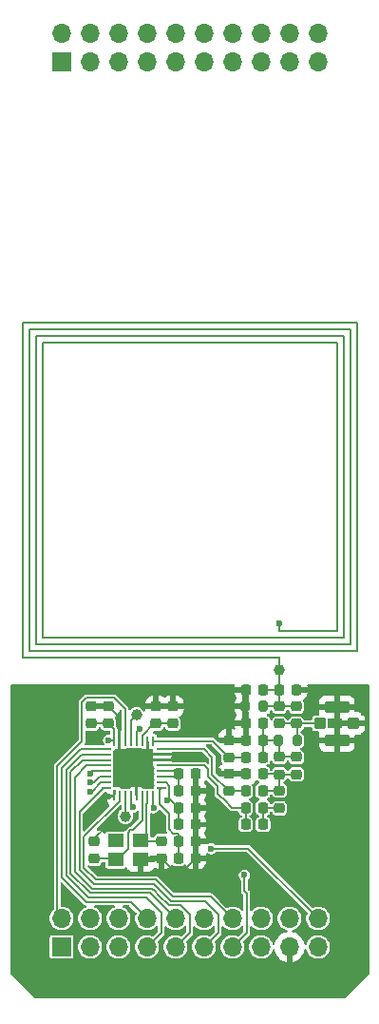
<source format=gbr>
G04 #@! TF.GenerationSoftware,KiCad,Pcbnew,9.99.0-unknown-d5f02ba7bc~182~ubuntu22.04.1*
G04 #@! TF.CreationDate,2025-03-17T15:10:36+01:00*
G04 #@! TF.ProjectId,rfid-reader,72666964-2d72-4656-9164-65722e6b6963,rev?*
G04 #@! TF.SameCoordinates,Original*
G04 #@! TF.FileFunction,Copper,L1,Top*
G04 #@! TF.FilePolarity,Positive*
%FSLAX46Y46*%
G04 Gerber Fmt 4.6, Leading zero omitted, Abs format (unit mm)*
G04 Created by KiCad (PCBNEW 9.99.0-unknown-d5f02ba7bc~182~ubuntu22.04.1) date 2025-03-17 15:10:36*
%MOMM*%
%LPD*%
G01*
G04 APERTURE LIST*
G04 Aperture macros list*
%AMRoundRect*
0 Rectangle with rounded corners*
0 $1 Rounding radius*
0 $2 $3 $4 $5 $6 $7 $8 $9 X,Y pos of 4 corners*
0 Add a 4 corners polygon primitive as box body*
4,1,4,$2,$3,$4,$5,$6,$7,$8,$9,$2,$3,0*
0 Add four circle primitives for the rounded corners*
1,1,$1+$1,$2,$3*
1,1,$1+$1,$4,$5*
1,1,$1+$1,$6,$7*
1,1,$1+$1,$8,$9*
0 Add four rect primitives between the rounded corners*
20,1,$1+$1,$2,$3,$4,$5,0*
20,1,$1+$1,$4,$5,$6,$7,0*
20,1,$1+$1,$6,$7,$8,$9,0*
20,1,$1+$1,$8,$9,$2,$3,0*%
G04 Aperture macros list end*
G04 #@! TA.AperFunction,EtchedComponent*
%ADD10C,0.200000*%
G04 #@! TD*
G04 #@! TA.AperFunction,SMDPad,CuDef*
%ADD11RoundRect,0.225000X0.250000X-0.225000X0.250000X0.225000X-0.250000X0.225000X-0.250000X-0.225000X0*%
G04 #@! TD*
G04 #@! TA.AperFunction,SMDPad,CuDef*
%ADD12RoundRect,0.225000X-0.225000X-0.250000X0.225000X-0.250000X0.225000X0.250000X-0.225000X0.250000X0*%
G04 #@! TD*
G04 #@! TA.AperFunction,SMDPad,CuDef*
%ADD13RoundRect,0.200000X-0.200000X-0.275000X0.200000X-0.275000X0.200000X0.275000X-0.200000X0.275000X0*%
G04 #@! TD*
G04 #@! TA.AperFunction,SMDPad,CuDef*
%ADD14RoundRect,0.225000X0.225000X0.250000X-0.225000X0.250000X-0.225000X-0.250000X0.225000X-0.250000X0*%
G04 #@! TD*
G04 #@! TA.AperFunction,SMDPad,CuDef*
%ADD15C,1.000000*%
G04 #@! TD*
G04 #@! TA.AperFunction,SMDPad,CuDef*
%ADD16RoundRect,0.062500X0.375000X0.062500X-0.375000X0.062500X-0.375000X-0.062500X0.375000X-0.062500X0*%
G04 #@! TD*
G04 #@! TA.AperFunction,SMDPad,CuDef*
%ADD17RoundRect,0.062500X0.062500X0.375000X-0.062500X0.375000X-0.062500X-0.375000X0.062500X-0.375000X0*%
G04 #@! TD*
G04 #@! TA.AperFunction,HeatsinkPad*
%ADD18R,3.450000X3.450000*%
G04 #@! TD*
G04 #@! TA.AperFunction,SMDPad,CuDef*
%ADD19RoundRect,0.030000X0.070000X-0.070000X0.070000X0.070000X-0.070000X0.070000X-0.070000X-0.070000X0*%
G04 #@! TD*
G04 #@! TA.AperFunction,SMDPad,CuDef*
%ADD20RoundRect,0.200000X0.200000X0.275000X-0.200000X0.275000X-0.200000X-0.275000X0.200000X-0.275000X0*%
G04 #@! TD*
G04 #@! TA.AperFunction,SMDPad,CuDef*
%ADD21RoundRect,0.100000X0.400000X-0.400000X0.400000X0.400000X-0.400000X0.400000X-0.400000X-0.400000X0*%
G04 #@! TD*
G04 #@! TA.AperFunction,SMDPad,CuDef*
%ADD22RoundRect,0.105000X0.995000X-0.420000X0.995000X0.420000X-0.995000X0.420000X-0.995000X-0.420000X0*%
G04 #@! TD*
G04 #@! TA.AperFunction,SMDPad,CuDef*
%ADD23RoundRect,0.218750X0.256250X-0.218750X0.256250X0.218750X-0.256250X0.218750X-0.256250X-0.218750X0*%
G04 #@! TD*
G04 #@! TA.AperFunction,SMDPad,CuDef*
%ADD24R,1.400000X1.200000*%
G04 #@! TD*
G04 #@! TA.AperFunction,ComponentPad*
%ADD25R,1.700000X1.700000*%
G04 #@! TD*
G04 #@! TA.AperFunction,ComponentPad*
%ADD26O,1.700000X1.700000*%
G04 #@! TD*
G04 #@! TA.AperFunction,ViaPad*
%ADD27C,0.600000*%
G04 #@! TD*
G04 #@! TA.AperFunction,Conductor*
%ADD28C,0.200000*%
G04 #@! TD*
G04 APERTURE END LIST*
D10*
X77810000Y-91780000D02*
X107610000Y-91780000D01*
X77810000Y-121580000D02*
X77810000Y-91780000D01*
X78410000Y-92380000D02*
X107010000Y-92380000D01*
X78410000Y-120980000D02*
X78410000Y-92380000D01*
X79010000Y-92980000D02*
X106410000Y-92980000D01*
X79010000Y-120380000D02*
X79010000Y-92980000D01*
X79610000Y-93580000D02*
X105810000Y-93580000D01*
X79610000Y-119780000D02*
X79610000Y-93580000D01*
X100710000Y-121580000D02*
X77810000Y-121580000D01*
X105810000Y-93580000D02*
X105810000Y-119180000D01*
X105810000Y-119180000D02*
X100710000Y-119180000D01*
X106410000Y-92980000D02*
X106410000Y-119780000D01*
X106410000Y-119780000D02*
X79610000Y-119780000D01*
X107010000Y-92380000D02*
X107010000Y-120380000D01*
X107010000Y-120380000D02*
X79010000Y-120380000D01*
X107610000Y-91780000D02*
X107610000Y-120980000D01*
X107610000Y-120980000D02*
X78410000Y-120980000D01*
D11*
X102210000Y-127455000D03*
X102210000Y-125905000D03*
X100710000Y-127455000D03*
X100710000Y-125905000D03*
D12*
X91685000Y-134930000D03*
X93235000Y-134930000D03*
D13*
X100635000Y-128930000D03*
X102285000Y-128930000D03*
D14*
X99235000Y-127430000D03*
X97685000Y-127430000D03*
X99235000Y-133430000D03*
X97685000Y-133430000D03*
D11*
X102210000Y-131955000D03*
X102210000Y-130405000D03*
D15*
X86960000Y-135680000D03*
D16*
X90147500Y-133180000D03*
X90147500Y-132680000D03*
X90147500Y-132180000D03*
X90147500Y-131680000D03*
X90147500Y-131180000D03*
X90147500Y-130680000D03*
X90147500Y-130180000D03*
X90147500Y-129680000D03*
D17*
X89460000Y-128992500D03*
X88960000Y-128992500D03*
X88460000Y-128992500D03*
X87960000Y-128992500D03*
X87460000Y-128992500D03*
X86960000Y-128992500D03*
X86460000Y-128992500D03*
X85960000Y-128992500D03*
D16*
X85272500Y-129680000D03*
X85272500Y-130180000D03*
X85272500Y-130680000D03*
X85272500Y-131180000D03*
X85272500Y-131680000D03*
X85272500Y-132180000D03*
X85272500Y-132680000D03*
X85272500Y-133180000D03*
D17*
X85960000Y-133867500D03*
X86460000Y-133867500D03*
X86960000Y-133867500D03*
X87460000Y-133867500D03*
X87960000Y-133867500D03*
X88460000Y-133867500D03*
X88960000Y-133867500D03*
X89460000Y-133867500D03*
D18*
X87710000Y-131430000D03*
D11*
X90210000Y-139430000D03*
X90210000Y-137880000D03*
D14*
X99235000Y-131930000D03*
X97685000Y-131930000D03*
X99235000Y-130430000D03*
X97685000Y-130430000D03*
D19*
X100710000Y-121580000D03*
X100710000Y-119180000D03*
D15*
X100710000Y-122680000D03*
D12*
X91685000Y-137930000D03*
X93235000Y-137930000D03*
D11*
X96210000Y-130455000D03*
X96210000Y-128905000D03*
X85460000Y-127455000D03*
X85460000Y-125905000D03*
D20*
X99285000Y-125930000D03*
X97635000Y-125930000D03*
D11*
X83960000Y-127455000D03*
X83960000Y-125905000D03*
D14*
X99235000Y-128930000D03*
X97685000Y-128930000D03*
D21*
X104315000Y-127430000D03*
D22*
X105815000Y-125955000D03*
D21*
X107315000Y-127430000D03*
D22*
X105815000Y-128905000D03*
D12*
X91685000Y-136430000D03*
X93235000Y-136430000D03*
D11*
X96210000Y-133455000D03*
X96210000Y-131905000D03*
D12*
X91685000Y-133430000D03*
X93235000Y-133430000D03*
D23*
X100710000Y-134967500D03*
X100710000Y-133392500D03*
D11*
X91210000Y-127455000D03*
X91210000Y-125905000D03*
D12*
X91685000Y-139430000D03*
X93235000Y-139430000D03*
D15*
X87960000Y-126680000D03*
D12*
X100685000Y-124430000D03*
X102235000Y-124430000D03*
X97685000Y-134930000D03*
X99235000Y-134930000D03*
D14*
X99235000Y-124430000D03*
X97685000Y-124430000D03*
D11*
X89710000Y-127455000D03*
X89710000Y-125905000D03*
X84210000Y-139455000D03*
X84210000Y-137905000D03*
D12*
X91685000Y-131930000D03*
X93235000Y-131930000D03*
X97685000Y-136430000D03*
X99235000Y-136430000D03*
D24*
X86110000Y-139530000D03*
X88310000Y-139530000D03*
X88310000Y-137830000D03*
X86110000Y-137830000D03*
D23*
X100710000Y-131967500D03*
X100710000Y-130392500D03*
D25*
X81280000Y-147320000D03*
D26*
X81280000Y-144780000D03*
X83820000Y-147320000D03*
X83820000Y-144780000D03*
X86360000Y-147320000D03*
X86360000Y-144780000D03*
X88900000Y-147320000D03*
X88900000Y-144780000D03*
X91440000Y-147320000D03*
X91440000Y-144780000D03*
X93980000Y-147320000D03*
X93980000Y-144780000D03*
X96520000Y-147320000D03*
X96520000Y-144780000D03*
X99060000Y-147320000D03*
X99060000Y-144780000D03*
X101600000Y-147320000D03*
X101600000Y-144780000D03*
X104140000Y-147320000D03*
X104140000Y-144780000D03*
D25*
X81280000Y-68580000D03*
D26*
X81280000Y-66040000D03*
X83820000Y-68580000D03*
X83820000Y-66040000D03*
X86360000Y-68580000D03*
X86360000Y-66040000D03*
X88900000Y-68580000D03*
X88900000Y-66040000D03*
X91440000Y-68580000D03*
X91440000Y-66040000D03*
X93980000Y-68580000D03*
X93980000Y-66040000D03*
X96520000Y-68580000D03*
X96520000Y-66040000D03*
X99060000Y-68580000D03*
X99060000Y-66040000D03*
X101600000Y-68580000D03*
X101600000Y-66040000D03*
X104140000Y-68580000D03*
X104140000Y-66040000D03*
D27*
X90680747Y-134245595D03*
X94615000Y-138557000D03*
X97790000Y-151384000D03*
X108204000Y-130556000D03*
X104140000Y-124460000D03*
X101680000Y-140920000D03*
X77216000Y-146812000D03*
X87630000Y-151384000D03*
X85598000Y-151384000D03*
X95310000Y-131672735D03*
X84010000Y-128920000D03*
X93880000Y-130520000D03*
X85460000Y-133930000D03*
X99822000Y-151384000D03*
X89662000Y-151384000D03*
X108204000Y-142748000D03*
X100711000Y-118520000D03*
X85380000Y-136520000D03*
X108204000Y-124460000D03*
X106172000Y-124460000D03*
X81280000Y-124460000D03*
X108204000Y-134620000D03*
X98880000Y-140920000D03*
X77216000Y-140716000D03*
X86380000Y-132720000D03*
X83312000Y-124460000D03*
X83566000Y-151384000D03*
X77216000Y-134620000D03*
X90680000Y-140920000D03*
X77216000Y-128524000D03*
X81534000Y-151384000D03*
X108204000Y-144780000D03*
X84580000Y-140620000D03*
X77216000Y-142748000D03*
X86380000Y-130120000D03*
X85344000Y-124460000D03*
X77216000Y-124460000D03*
X91694000Y-151384000D03*
X89408000Y-124460000D03*
X108204000Y-136652000D03*
X88980000Y-132720000D03*
X93880000Y-140920000D03*
X96480000Y-140920000D03*
X77216000Y-144780000D03*
X108204000Y-128524000D03*
X87376000Y-124460000D03*
X79502000Y-151384000D03*
X87480000Y-130120000D03*
X95758000Y-151384000D03*
X84080000Y-135320000D03*
X77216000Y-126492000D03*
X93472000Y-124460000D03*
X77216000Y-138684000D03*
X108204000Y-148844000D03*
X108204000Y-140716000D03*
X101854000Y-151384000D03*
X95504000Y-124460000D03*
X105918000Y-151384000D03*
X77216000Y-132588000D03*
X86359000Y-126804000D03*
X89580000Y-136520000D03*
X91440000Y-124460000D03*
X108204000Y-132588000D03*
X108204000Y-146812000D03*
X108204000Y-138684000D03*
X79248000Y-124460000D03*
X89030000Y-130070000D03*
X108204000Y-126492000D03*
X77216000Y-130556000D03*
X77216000Y-136652000D03*
X93726000Y-151384000D03*
X77216000Y-148844000D03*
X89480000Y-134920000D03*
X85471000Y-128905000D03*
X87610000Y-134880000D03*
X83810000Y-131880000D03*
X97580000Y-140920000D03*
X88210000Y-127930000D03*
X83810000Y-133480006D03*
X83810000Y-132680003D03*
D28*
X90867000Y-134112000D02*
X91685000Y-134930000D01*
X90814342Y-134112000D02*
X90867000Y-134112000D01*
X90680747Y-134245595D02*
X90814342Y-134112000D01*
X104140000Y-144780000D02*
X97917000Y-138557000D01*
X90886000Y-134131000D02*
X91685000Y-134930000D01*
X90147500Y-132680000D02*
X90600798Y-132680000D01*
X90886000Y-132965202D02*
X90886000Y-134131000D01*
X90600798Y-132680000D02*
X90886000Y-132965202D01*
X97917000Y-138557000D02*
X94615000Y-138557000D01*
X91685000Y-134930000D02*
X91685000Y-136430000D01*
X88960000Y-128992500D02*
X88960000Y-130180000D01*
X85522500Y-133867500D02*
X85460000Y-133930000D01*
X86359000Y-128178943D02*
X86359000Y-126804000D01*
X86460000Y-128279943D02*
X86359000Y-128178943D01*
X100710000Y-118619000D02*
X100711000Y-118618000D01*
X95542265Y-131905000D02*
X95310000Y-131672735D01*
X84210000Y-137905000D02*
X84210000Y-137690000D01*
X86460000Y-128992500D02*
X86460000Y-130180000D01*
X86460000Y-130180000D02*
X87710000Y-131430000D01*
X90986000Y-140206000D02*
X92459000Y-140206000D01*
X88460000Y-130680000D02*
X87710000Y-131430000D01*
X87960000Y-133867500D02*
X87960000Y-131680000D01*
X92459000Y-140206000D02*
X93235000Y-139430000D01*
X100710000Y-119180000D02*
X100710000Y-118521000D01*
X96210000Y-131905000D02*
X95542265Y-131905000D01*
X87960000Y-133867500D02*
X87960000Y-133930000D01*
X90210000Y-139430000D02*
X90986000Y-140206000D01*
X100710000Y-118521000D02*
X100711000Y-118520000D01*
X90147500Y-130680000D02*
X88460000Y-130680000D01*
X87960000Y-131680000D02*
X87710000Y-131430000D01*
X88960000Y-130180000D02*
X87710000Y-131430000D01*
X86460000Y-128992500D02*
X86460000Y-128279943D01*
X86359000Y-126804000D02*
X85460000Y-125905000D01*
X85960000Y-133867500D02*
X85522500Y-133867500D01*
X84210000Y-137690000D02*
X85380000Y-136520000D01*
X90147500Y-132180000D02*
X91435000Y-132180000D01*
X91435000Y-132180000D02*
X91685000Y-131930000D01*
X90147500Y-131680000D02*
X91435000Y-131680000D01*
X91435000Y-131680000D02*
X91685000Y-131930000D01*
X91685000Y-133430000D02*
X91685000Y-131930000D01*
X85960000Y-128992500D02*
X85960000Y-128347043D01*
X83960000Y-127455000D02*
X85460000Y-127455000D01*
X89460000Y-134900000D02*
X89480000Y-134920000D01*
X89460000Y-134799000D02*
X89460000Y-134900000D01*
X85958000Y-127953000D02*
X85460000Y-127455000D01*
X85872500Y-128905000D02*
X85960000Y-128992500D01*
X85958000Y-128012843D02*
X85958000Y-127953000D01*
X85471000Y-128905000D02*
X85872500Y-128905000D01*
X85958000Y-128345043D02*
X85958000Y-128012843D01*
X89460000Y-133867500D02*
X89460000Y-134799000D01*
X85960000Y-128347043D02*
X85958000Y-128345043D01*
X96210000Y-130455000D02*
X94747500Y-128992500D01*
X96235000Y-130430000D02*
X96210000Y-130455000D01*
X94747500Y-128992500D02*
X89460000Y-128992500D01*
X97685000Y-130430000D02*
X96235000Y-130430000D01*
X88460000Y-128992500D02*
X88460000Y-128539202D01*
X88460000Y-128539202D02*
X89544202Y-127455000D01*
X89710000Y-127455000D02*
X91210000Y-127455000D01*
X89544202Y-127455000D02*
X89710000Y-127455000D01*
X94309000Y-132121100D02*
X94309000Y-131788900D01*
X97685000Y-134930000D02*
X96459890Y-134930000D01*
X95434000Y-133904110D02*
X95210000Y-133680110D01*
X94543900Y-132356000D02*
X94309000Y-132121100D01*
X95735890Y-134206000D02*
X95434000Y-133904110D01*
X93960000Y-131154000D02*
X90173500Y-131154000D01*
X90173500Y-131154000D02*
X90147500Y-131180000D01*
X95210000Y-133680110D02*
X95210000Y-133022100D01*
X94309000Y-131503000D02*
X93960000Y-131154000D01*
X95210000Y-133022100D02*
X94543900Y-132356000D01*
X94309000Y-131788900D02*
X94309000Y-131503000D01*
X97685000Y-136430000D02*
X97685000Y-134930000D01*
X96459890Y-134930000D02*
X95735890Y-134206000D01*
X90022500Y-133305000D02*
X90022500Y-134627557D01*
X90147500Y-133180000D02*
X90022500Y-133305000D01*
X91235890Y-137206000D02*
X91685000Y-137206000D01*
X91685000Y-137930000D02*
X91685000Y-139430000D01*
X90880000Y-135485057D02*
X90880000Y-136850110D01*
X91685000Y-137206000D02*
X91685000Y-137930000D01*
X90880000Y-136850110D02*
X91235890Y-137206000D01*
X90022500Y-134627557D02*
X90880000Y-135485057D01*
X94710000Y-130430000D02*
X93960000Y-129680000D01*
X94710000Y-131955000D02*
X94710000Y-130430000D01*
X96235000Y-133430000D02*
X96210000Y-133455000D01*
X93960000Y-129680000D02*
X90147500Y-129680000D01*
X96210000Y-133455000D02*
X94710000Y-131955000D01*
X97685000Y-133430000D02*
X96235000Y-133430000D01*
X100710000Y-133392500D02*
X100710000Y-131967500D01*
X102210000Y-131955000D02*
X100722500Y-131955000D01*
X100722500Y-131955000D02*
X100710000Y-131967500D01*
X99235000Y-131930000D02*
X100672500Y-131930000D01*
X100672500Y-133430000D02*
X100710000Y-133392500D01*
X99235000Y-133430000D02*
X100672500Y-133430000D01*
X100672500Y-131930000D02*
X100710000Y-131967500D01*
X100635000Y-128930000D02*
X99235000Y-128930000D01*
X100710000Y-129005000D02*
X100635000Y-128930000D01*
X99235000Y-128930000D02*
X99235000Y-130430000D01*
X100722500Y-130405000D02*
X100710000Y-130392500D01*
X100710000Y-130392500D02*
X100710000Y-129005000D01*
X102210000Y-130405000D02*
X100722500Y-130405000D01*
X99235000Y-128930000D02*
X99235000Y-127430000D01*
X99235000Y-134930000D02*
X99235000Y-136430000D01*
X99272500Y-134967500D02*
X99235000Y-134930000D01*
X100710000Y-134967500D02*
X99272500Y-134967500D01*
X102210000Y-127455000D02*
X104290000Y-127455000D01*
X102285000Y-128930000D02*
X102285000Y-127530000D01*
X100710000Y-127455000D02*
X102210000Y-127455000D01*
X102285000Y-127530000D02*
X102210000Y-127455000D01*
X104290000Y-127455000D02*
X104315000Y-127430000D01*
X102235000Y-127430000D02*
X102210000Y-127455000D01*
X100710000Y-122680000D02*
X100710000Y-124405000D01*
X100710000Y-124405000D02*
X100685000Y-124430000D01*
X99285000Y-125930000D02*
X100685000Y-125930000D01*
X99235000Y-124430000D02*
X100685000Y-124430000D01*
X100710000Y-121580000D02*
X100710000Y-122680000D01*
X100685000Y-124430000D02*
X100685000Y-125880000D01*
X100685000Y-125880000D02*
X100710000Y-125905000D01*
X102210000Y-125905000D02*
X100710000Y-125905000D01*
X100685000Y-125930000D02*
X100710000Y-125905000D01*
X87210000Y-138632000D02*
X87210000Y-137129000D01*
X87410000Y-136929000D02*
X87610000Y-136929000D01*
X86110000Y-139530000D02*
X86312000Y-139530000D01*
X87210000Y-137129000D02*
X87410000Y-136929000D01*
X88460000Y-136079000D02*
X88460000Y-133867500D01*
X86035000Y-139455000D02*
X86110000Y-139530000D01*
X84210000Y-139455000D02*
X86035000Y-139455000D01*
X87610000Y-136929000D02*
X88460000Y-136079000D01*
X84285000Y-139530000D02*
X84210000Y-139455000D01*
X86312000Y-139530000D02*
X87210000Y-138632000D01*
X88360000Y-137880000D02*
X88310000Y-137830000D01*
X90210000Y-137880000D02*
X88360000Y-137880000D01*
X90160000Y-137830000D02*
X90210000Y-137880000D01*
X88861000Y-137279000D02*
X88861000Y-134619000D01*
X88960000Y-134520000D02*
X88960000Y-133867500D01*
X88310000Y-137830000D02*
X88861000Y-137279000D01*
X88861000Y-134619000D02*
X88960000Y-134520000D01*
X81281000Y-131409000D02*
X83010000Y-129680000D01*
X87440000Y-143320000D02*
X83480000Y-143320000D01*
X81281000Y-141121000D02*
X81281000Y-131409000D01*
X88900000Y-144780000D02*
X87440000Y-143320000D01*
X83010000Y-129680000D02*
X85272500Y-129680000D01*
X83480000Y-143320000D02*
X81281000Y-141121000D01*
X81682000Y-140954900D02*
X81682000Y-131575100D01*
X83646100Y-142919000D02*
X81682000Y-140954900D01*
X90170000Y-146050000D02*
X90170000Y-144240000D01*
X88900000Y-147320000D02*
X90170000Y-146050000D01*
X90170000Y-144240000D02*
X88849000Y-142919000D01*
X81682000Y-131575100D02*
X83077100Y-130180000D01*
X83077100Y-130180000D02*
X85272500Y-130180000D01*
X88849000Y-142919000D02*
X83646100Y-142919000D01*
X87460000Y-134730000D02*
X87610000Y-134880000D01*
X87460000Y-133867500D02*
X87460000Y-134730000D01*
X83286000Y-137494798D02*
X83286000Y-140290500D01*
X86460000Y-134320798D02*
X83286000Y-137494798D01*
X89676300Y-141315000D02*
X91188300Y-142827000D01*
X84310500Y-141315000D02*
X89676300Y-141315000D01*
X91188300Y-142827000D02*
X94567000Y-142827000D01*
X94567000Y-142827000D02*
X96520000Y-144780000D01*
X83286000Y-140290500D02*
X84310500Y-141315000D01*
X86460000Y-133867500D02*
X86460000Y-134320798D01*
X84010000Y-131680000D02*
X83810000Y-131880000D01*
X85272500Y-131680000D02*
X84010000Y-131680000D01*
X87960000Y-128992500D02*
X87960000Y-128180000D01*
X97580000Y-142320000D02*
X97790000Y-142530000D01*
X97580000Y-140920000D02*
X97580000Y-142320000D01*
X97790000Y-142530000D02*
X97790000Y-146050000D01*
X97790000Y-146050000D02*
X96520000Y-147320000D01*
X87960000Y-128180000D02*
X88210000Y-127930000D01*
X91022200Y-143228000D02*
X94055760Y-143228000D01*
X82885000Y-140456600D02*
X84144400Y-141716000D01*
X95250000Y-144422240D02*
X95250000Y-146050000D01*
X82885000Y-135315000D02*
X82885000Y-140456600D01*
X89510200Y-141716000D02*
X91022200Y-143228000D01*
X85020000Y-133180000D02*
X82885000Y-135315000D01*
X85272500Y-133180000D02*
X85020000Y-133180000D01*
X84144400Y-141716000D02*
X89510200Y-141716000D01*
X95250000Y-146050000D02*
X93980000Y-147320000D01*
X94055760Y-143228000D02*
X95250000Y-144422240D01*
X89344100Y-142117000D02*
X89579000Y-142351900D01*
X90856100Y-143629000D02*
X90963240Y-143629000D01*
X89011900Y-142117000D02*
X89344100Y-142117000D01*
X91916760Y-143629000D02*
X92591000Y-144303240D01*
X82484000Y-140622700D02*
X83978300Y-142117000D01*
X83510000Y-131180000D02*
X82484000Y-132206000D01*
X92710000Y-144422240D02*
X92710000Y-146050000D01*
X92710000Y-146050000D02*
X91440000Y-147320000D01*
X90963240Y-143629000D02*
X91916760Y-143629000D01*
X82484000Y-132206000D02*
X82484000Y-140622700D01*
X85272500Y-131180000D02*
X83510000Y-131180000D01*
X89947100Y-142720000D02*
X90856100Y-143629000D01*
X92591000Y-144303240D02*
X92710000Y-144422240D01*
X83978300Y-142117000D02*
X89011900Y-142117000D01*
X89579000Y-142351900D02*
X89947100Y-142720000D01*
X86960000Y-128992500D02*
X86960000Y-126179890D01*
X80880000Y-131242900D02*
X80880000Y-144380000D01*
X83080000Y-129042900D02*
X80880000Y-131242900D01*
X83080000Y-125559890D02*
X83080000Y-129042900D01*
X83485890Y-125154000D02*
X83080000Y-125559890D01*
X86960000Y-126179890D02*
X85934110Y-125154000D01*
X85934110Y-125154000D02*
X83485890Y-125154000D01*
X80880000Y-144380000D02*
X81280000Y-144780000D01*
X82083000Y-131741200D02*
X82083000Y-140788800D01*
X83812200Y-142518000D02*
X89178000Y-142518000D01*
X83144200Y-130680000D02*
X82083000Y-131741200D01*
X85272500Y-130680000D02*
X83144200Y-130680000D01*
X82083000Y-140788800D02*
X83812200Y-142518000D01*
X89178000Y-142518000D02*
X91440000Y-144780000D01*
X85272500Y-132680000D02*
X84777100Y-132680000D01*
X84777100Y-132680000D02*
X83977094Y-133480006D01*
X83977094Y-133480006D02*
X83810000Y-133480006D01*
X84710000Y-132180000D02*
X84209997Y-132680003D01*
X85272500Y-132180000D02*
X84710000Y-132180000D01*
X84209997Y-132680003D02*
X83810000Y-132680003D01*
X86960000Y-133867500D02*
X86960000Y-135680000D01*
X87460000Y-128992500D02*
X87460001Y-127179999D01*
X87460001Y-127179999D02*
X87960000Y-126680000D01*
G04 #@! TA.AperFunction,Conductor*
G36*
X96701919Y-123970907D02*
G01*
X96737883Y-124020407D01*
X96742215Y-124061063D01*
X96735000Y-124131677D01*
X96735000Y-124179999D01*
X96735001Y-124180000D01*
X97586000Y-124180000D01*
X97644191Y-124198907D01*
X97680155Y-124248407D01*
X97685000Y-124279000D01*
X97685000Y-124429999D01*
X97685001Y-124430000D01*
X97836000Y-124430000D01*
X97894191Y-124448907D01*
X97930155Y-124498407D01*
X97935000Y-124529000D01*
X97935000Y-125418993D01*
X97916093Y-125477184D01*
X97906004Y-125488997D01*
X97885000Y-125510001D01*
X97885000Y-126349999D01*
X97906004Y-126371003D01*
X97933781Y-126425520D01*
X97935000Y-126441007D01*
X97935000Y-128831000D01*
X97916093Y-128889191D01*
X97866593Y-128925155D01*
X97836000Y-128930000D01*
X97685001Y-128930000D01*
X97685000Y-128930001D01*
X97685000Y-129081000D01*
X97666093Y-129139191D01*
X97616593Y-129175155D01*
X97586000Y-129180000D01*
X96696007Y-129180000D01*
X96637816Y-129161093D01*
X96630682Y-129155000D01*
X95375979Y-129155000D01*
X95317788Y-129136093D01*
X95305976Y-129126004D01*
X94932010Y-128752039D01*
X94915315Y-128742400D01*
X94867688Y-128714903D01*
X94863489Y-128712479D01*
X94863488Y-128712478D01*
X94863487Y-128712478D01*
X94863485Y-128712477D01*
X94787064Y-128692000D01*
X94787062Y-128692000D01*
X89884499Y-128692000D01*
X89826308Y-128673093D01*
X89796217Y-128631676D01*
X95235000Y-128631676D01*
X95235000Y-128654999D01*
X95235001Y-128655000D01*
X95959999Y-128655000D01*
X95960000Y-128654999D01*
X95960000Y-127955001D01*
X96460000Y-127955001D01*
X96460000Y-128654999D01*
X96460001Y-128655000D01*
X97223993Y-128655000D01*
X97282184Y-128673907D01*
X97289318Y-128680000D01*
X97434999Y-128680000D01*
X97435000Y-128679999D01*
X97435000Y-127680001D01*
X97434999Y-127680000D01*
X96735002Y-127680000D01*
X96735001Y-127680001D01*
X96735001Y-127728322D01*
X96745142Y-127827597D01*
X96745144Y-127827607D01*
X96751301Y-127846187D01*
X96751655Y-127907372D01*
X96715979Y-127957079D01*
X96657899Y-127976323D01*
X96626187Y-127971301D01*
X96607601Y-127965143D01*
X96607603Y-127965143D01*
X96508323Y-127955000D01*
X96460001Y-127955000D01*
X96460000Y-127955001D01*
X95960000Y-127955001D01*
X95960000Y-127954999D01*
X95911679Y-127955000D01*
X95911676Y-127955001D01*
X95812402Y-127965142D01*
X95812390Y-127965145D01*
X95651512Y-128018454D01*
X95507270Y-128107425D01*
X95387425Y-128227270D01*
X95298454Y-128371512D01*
X95245143Y-128532396D01*
X95235000Y-128631676D01*
X89796217Y-128631676D01*
X89790344Y-128623593D01*
X89786042Y-128596430D01*
X89785975Y-128596437D01*
X89785862Y-128595296D01*
X89785499Y-128593000D01*
X89785499Y-128591602D01*
X89785498Y-128591595D01*
X89770240Y-128514883D01*
X89770239Y-128514881D01*
X89723774Y-128445342D01*
X89712112Y-128427888D01*
X89625117Y-128369760D01*
X89625115Y-128369759D01*
X89625114Y-128369759D01*
X89562885Y-128357380D01*
X89558783Y-128355082D01*
X89554084Y-128355206D01*
X89532427Y-128340322D01*
X89509502Y-128327483D01*
X89503659Y-128320551D01*
X89460855Y-128264768D01*
X89440431Y-128207092D01*
X89457808Y-128148426D01*
X89506350Y-128111179D01*
X89539397Y-128105500D01*
X89993490Y-128105500D01*
X90014885Y-128102111D01*
X90093126Y-128089719D01*
X90213220Y-128028528D01*
X90308528Y-127933220D01*
X90369719Y-127813126D01*
X90369719Y-127813124D01*
X90371538Y-127809555D01*
X90387929Y-127793163D01*
X90401557Y-127774407D01*
X90409154Y-127771938D01*
X90414803Y-127766290D01*
X90459748Y-127755500D01*
X90460252Y-127755500D01*
X90518443Y-127774407D01*
X90548462Y-127809555D01*
X90550280Y-127813124D01*
X90550281Y-127813126D01*
X90611472Y-127933220D01*
X90706780Y-128028528D01*
X90706782Y-128028529D01*
X90826867Y-128089716D01*
X90826869Y-128089716D01*
X90826874Y-128089719D01*
X90902541Y-128101703D01*
X90926510Y-128105500D01*
X90926512Y-128105500D01*
X91493490Y-128105500D01*
X91514885Y-128102111D01*
X91593126Y-128089719D01*
X91713220Y-128028528D01*
X91808528Y-127933220D01*
X91869719Y-127813126D01*
X91885500Y-127713488D01*
X91885500Y-127196512D01*
X91875231Y-127131676D01*
X96735000Y-127131676D01*
X96735000Y-127179999D01*
X96735001Y-127180000D01*
X97434999Y-127180000D01*
X97435000Y-127179999D01*
X97435000Y-127010001D01*
X97413996Y-126988997D01*
X97386219Y-126934480D01*
X97385000Y-126918993D01*
X97385000Y-126180001D01*
X97384999Y-126180000D01*
X96735002Y-126180000D01*
X96735001Y-126180001D01*
X96735001Y-126261582D01*
X96741408Y-126332103D01*
X96741410Y-126332109D01*
X96791979Y-126494392D01*
X96791984Y-126494404D01*
X96879044Y-126638418D01*
X96892968Y-126697998D01*
X96878582Y-126741607D01*
X96798454Y-126871512D01*
X96745143Y-127032396D01*
X96735000Y-127131676D01*
X91875231Y-127131676D01*
X91869719Y-127096874D01*
X91869716Y-127096869D01*
X91869716Y-127096867D01*
X91808529Y-126976782D01*
X91808528Y-126976780D01*
X91767215Y-126935467D01*
X91739440Y-126880953D01*
X91749011Y-126820521D01*
X91785248Y-126781205D01*
X91912732Y-126702571D01*
X92032574Y-126582729D01*
X92121545Y-126438487D01*
X92174856Y-126277603D01*
X92185000Y-126178323D01*
X92185000Y-126155001D01*
X92184999Y-126155000D01*
X88735002Y-126155000D01*
X88735001Y-126155001D01*
X88735001Y-126178322D01*
X88742843Y-126255088D01*
X88729948Y-126314899D01*
X88684359Y-126355707D01*
X88623490Y-126361925D01*
X88570592Y-126331178D01*
X88562041Y-126320151D01*
X88531080Y-126273816D01*
X88504114Y-126233458D01*
X88406542Y-126135886D01*
X88406541Y-126135885D01*
X88291817Y-126059228D01*
X88291806Y-126059222D01*
X88164328Y-126006420D01*
X88028995Y-125979500D01*
X88028993Y-125979500D01*
X87891007Y-125979500D01*
X87891004Y-125979500D01*
X87755672Y-126006420D01*
X87755670Y-126006420D01*
X87628193Y-126059222D01*
X87628182Y-126059228D01*
X87513458Y-126135885D01*
X87513454Y-126135889D01*
X87429504Y-126219840D01*
X87374987Y-126247617D01*
X87314555Y-126238046D01*
X87271290Y-126194781D01*
X87261882Y-126166320D01*
X87260500Y-126158135D01*
X87260500Y-126140328D01*
X87253582Y-126114511D01*
X87240022Y-126063902D01*
X87200460Y-125995379D01*
X86836757Y-125631676D01*
X88735000Y-125631676D01*
X88735000Y-125654999D01*
X88735001Y-125655000D01*
X89459999Y-125655000D01*
X89460000Y-125654999D01*
X89460000Y-124955001D01*
X89960000Y-124955001D01*
X89960000Y-125654999D01*
X89960001Y-125655000D01*
X90959999Y-125655000D01*
X90960000Y-125654999D01*
X90960000Y-124955001D01*
X91460000Y-124955001D01*
X91460000Y-125654999D01*
X91460001Y-125655000D01*
X92184998Y-125655000D01*
X92184999Y-125654999D01*
X92184999Y-125631685D01*
X92182400Y-125606242D01*
X92182400Y-125606239D01*
X92181601Y-125598418D01*
X96735000Y-125598418D01*
X96735000Y-125679999D01*
X96735001Y-125680000D01*
X97384999Y-125680000D01*
X97385000Y-125679999D01*
X97385000Y-124941007D01*
X97403907Y-124882816D01*
X97413996Y-124871003D01*
X97435000Y-124849999D01*
X97435000Y-124680001D01*
X97434999Y-124680000D01*
X96735002Y-124680000D01*
X96735001Y-124680001D01*
X96735001Y-124728322D01*
X96745142Y-124827597D01*
X96745145Y-124827609D01*
X96798454Y-124988487D01*
X96878582Y-125118392D01*
X96893039Y-125177845D01*
X96879045Y-125221581D01*
X96791981Y-125365602D01*
X96791979Y-125365607D01*
X96741410Y-125527889D01*
X96741408Y-125527895D01*
X96735000Y-125598418D01*
X92181601Y-125598418D01*
X92174856Y-125532401D01*
X92174854Y-125532390D01*
X92121545Y-125371512D01*
X92032574Y-125227270D01*
X91912729Y-125107425D01*
X91768487Y-125018454D01*
X91607603Y-124965143D01*
X91508323Y-124955000D01*
X91460001Y-124955000D01*
X91460000Y-124955001D01*
X90960000Y-124955001D01*
X90960000Y-124954999D01*
X90911679Y-124955000D01*
X90911676Y-124955001D01*
X90812402Y-124965142D01*
X90812390Y-124965145D01*
X90651512Y-125018454D01*
X90511973Y-125104525D01*
X90452520Y-125118982D01*
X90408027Y-125104525D01*
X90268487Y-125018454D01*
X90107603Y-124965143D01*
X90008323Y-124955000D01*
X89960001Y-124955000D01*
X89960000Y-124955001D01*
X89460000Y-124955001D01*
X89460000Y-124954999D01*
X89411679Y-124955000D01*
X89411676Y-124955001D01*
X89312402Y-124965142D01*
X89312390Y-124965145D01*
X89151512Y-125018454D01*
X89007270Y-125107425D01*
X88887425Y-125227270D01*
X88798454Y-125371512D01*
X88745143Y-125532396D01*
X88735000Y-125631676D01*
X86836757Y-125631676D01*
X86118621Y-124913540D01*
X86118618Y-124913538D01*
X86050102Y-124873980D01*
X86050098Y-124873978D01*
X85973674Y-124853500D01*
X85973672Y-124853500D01*
X83446328Y-124853500D01*
X83446325Y-124853500D01*
X83369901Y-124873978D01*
X83369897Y-124873980D01*
X83301379Y-124913539D01*
X82839539Y-125375379D01*
X82799980Y-125443897D01*
X82799978Y-125443901D01*
X82779501Y-125520322D01*
X82779500Y-125520327D01*
X82779500Y-128877421D01*
X82760593Y-128935612D01*
X82750504Y-128947425D01*
X80695489Y-131002440D01*
X80695488Y-131002439D01*
X80639539Y-131058389D01*
X80599980Y-131126907D01*
X80599978Y-131126911D01*
X80579500Y-131203335D01*
X80579500Y-143953860D01*
X80560593Y-144012051D01*
X80550504Y-144023863D01*
X80464022Y-144110345D01*
X80349058Y-144282402D01*
X80269869Y-144473581D01*
X80229500Y-144676532D01*
X80229500Y-144883467D01*
X80269869Y-145086418D01*
X80349058Y-145277597D01*
X80464020Y-145449651D01*
X80464023Y-145449655D01*
X80610345Y-145595977D01*
X80782402Y-145710941D01*
X80973580Y-145790130D01*
X81176535Y-145830500D01*
X81176536Y-145830500D01*
X81383464Y-145830500D01*
X81383465Y-145830500D01*
X81586420Y-145790130D01*
X81777598Y-145710941D01*
X81949655Y-145595977D01*
X82095977Y-145449655D01*
X82210941Y-145277598D01*
X82290130Y-145086420D01*
X82330500Y-144883465D01*
X82330500Y-144676535D01*
X82290130Y-144473580D01*
X82210941Y-144282402D01*
X82095977Y-144110345D01*
X81949655Y-143964023D01*
X81934445Y-143953860D01*
X81777597Y-143849058D01*
X81586418Y-143769869D01*
X81383467Y-143729500D01*
X81383465Y-143729500D01*
X81279500Y-143729500D01*
X81221309Y-143710593D01*
X81185345Y-143661093D01*
X81180500Y-143630500D01*
X81180500Y-141684478D01*
X81199407Y-141626287D01*
X81248907Y-141590323D01*
X81310093Y-141590323D01*
X81349501Y-141614472D01*
X83295489Y-143560460D01*
X83295491Y-143560461D01*
X83295493Y-143560463D01*
X83364008Y-143600020D01*
X83364009Y-143600020D01*
X83364012Y-143600022D01*
X83422109Y-143615588D01*
X83473423Y-143648912D01*
X83495350Y-143706033D01*
X83479515Y-143765134D01*
X83434372Y-143802679D01*
X83322402Y-143849058D01*
X83150348Y-143964020D01*
X83004020Y-144110348D01*
X82889058Y-144282402D01*
X82809869Y-144473581D01*
X82769500Y-144676532D01*
X82769500Y-144883467D01*
X82809869Y-145086418D01*
X82889058Y-145277597D01*
X83004020Y-145449651D01*
X83004023Y-145449655D01*
X83150345Y-145595977D01*
X83322402Y-145710941D01*
X83513580Y-145790130D01*
X83716535Y-145830500D01*
X83716536Y-145830500D01*
X83923464Y-145830500D01*
X83923465Y-145830500D01*
X84126420Y-145790130D01*
X84317598Y-145710941D01*
X84489655Y-145595977D01*
X84635977Y-145449655D01*
X84750941Y-145277598D01*
X84830130Y-145086420D01*
X84870500Y-144883465D01*
X84870500Y-144676535D01*
X84830130Y-144473580D01*
X84750941Y-144282402D01*
X84635977Y-144110345D01*
X84489655Y-143964023D01*
X84474445Y-143953860D01*
X84317597Y-143849058D01*
X84225629Y-143810964D01*
X84179104Y-143771227D01*
X84164820Y-143711732D01*
X84188235Y-143655205D01*
X84240404Y-143623235D01*
X84263515Y-143620500D01*
X85916485Y-143620500D01*
X85974676Y-143639407D01*
X86010640Y-143688907D01*
X86010640Y-143750093D01*
X85974676Y-143799593D01*
X85954371Y-143810964D01*
X85862402Y-143849058D01*
X85690348Y-143964020D01*
X85544020Y-144110348D01*
X85429058Y-144282402D01*
X85349869Y-144473581D01*
X85309500Y-144676532D01*
X85309500Y-144883467D01*
X85349869Y-145086418D01*
X85429058Y-145277597D01*
X85544020Y-145449651D01*
X85544023Y-145449655D01*
X85690345Y-145595977D01*
X85862402Y-145710941D01*
X86053580Y-145790130D01*
X86256535Y-145830500D01*
X86256536Y-145830500D01*
X86463464Y-145830500D01*
X86463465Y-145830500D01*
X86666420Y-145790130D01*
X86857598Y-145710941D01*
X87029655Y-145595977D01*
X87175977Y-145449655D01*
X87290941Y-145277598D01*
X87370130Y-145086420D01*
X87410500Y-144883465D01*
X87410500Y-144676535D01*
X87370130Y-144473580D01*
X87290941Y-144282402D01*
X87175977Y-144110345D01*
X87029655Y-143964023D01*
X87014445Y-143953860D01*
X86857597Y-143849058D01*
X86765629Y-143810964D01*
X86719104Y-143771227D01*
X86704820Y-143711732D01*
X86728235Y-143655205D01*
X86780404Y-143623235D01*
X86803515Y-143620500D01*
X87274521Y-143620500D01*
X87332712Y-143639407D01*
X87344525Y-143649496D01*
X87924736Y-144229707D01*
X87952513Y-144284224D01*
X87946196Y-144337596D01*
X87889870Y-144473578D01*
X87889870Y-144473580D01*
X87849500Y-144676532D01*
X87849500Y-144883467D01*
X87889869Y-145086418D01*
X87969058Y-145277597D01*
X88084020Y-145449651D01*
X88084023Y-145449655D01*
X88230345Y-145595977D01*
X88402402Y-145710941D01*
X88593580Y-145790130D01*
X88796535Y-145830500D01*
X88796536Y-145830500D01*
X89003464Y-145830500D01*
X89003465Y-145830500D01*
X89206420Y-145790130D01*
X89397598Y-145710941D01*
X89569655Y-145595977D01*
X89700498Y-145465133D01*
X89755013Y-145437358D01*
X89815445Y-145446929D01*
X89858710Y-145490194D01*
X89869500Y-145535139D01*
X89869500Y-145884521D01*
X89850593Y-145942712D01*
X89840503Y-145954525D01*
X89450291Y-146344736D01*
X89395775Y-146372513D01*
X89342402Y-146366196D01*
X89206418Y-146309869D01*
X89003467Y-146269500D01*
X89003465Y-146269500D01*
X88796535Y-146269500D01*
X88796532Y-146269500D01*
X88593581Y-146309869D01*
X88402402Y-146389058D01*
X88230348Y-146504020D01*
X88084020Y-146650348D01*
X87969058Y-146822402D01*
X87889869Y-147013581D01*
X87849500Y-147216532D01*
X87849500Y-147423467D01*
X87889869Y-147626418D01*
X87969058Y-147817597D01*
X88084020Y-147989651D01*
X88084023Y-147989655D01*
X88230345Y-148135977D01*
X88402402Y-148250941D01*
X88593580Y-148330130D01*
X88796535Y-148370500D01*
X88796536Y-148370500D01*
X89003464Y-148370500D01*
X89003465Y-148370500D01*
X89206420Y-148330130D01*
X89397598Y-148250941D01*
X89569655Y-148135977D01*
X89715977Y-147989655D01*
X89830941Y-147817598D01*
X89910130Y-147626420D01*
X89950500Y-147423465D01*
X89950500Y-147216535D01*
X89910130Y-147013580D01*
X89853802Y-146877595D01*
X89849002Y-146816599D01*
X89875261Y-146769708D01*
X90410460Y-146234511D01*
X90450021Y-146165989D01*
X90470500Y-146089562D01*
X90470500Y-145535139D01*
X90489407Y-145476948D01*
X90538907Y-145440984D01*
X90600093Y-145440984D01*
X90639501Y-145465133D01*
X90770345Y-145595977D01*
X90942402Y-145710941D01*
X91133580Y-145790130D01*
X91336535Y-145830500D01*
X91336536Y-145830500D01*
X91543464Y-145830500D01*
X91543465Y-145830500D01*
X91746420Y-145790130D01*
X91937598Y-145710941D01*
X92109655Y-145595977D01*
X92240498Y-145465133D01*
X92295013Y-145437358D01*
X92355445Y-145446929D01*
X92398710Y-145490194D01*
X92409500Y-145535139D01*
X92409500Y-145884521D01*
X92390593Y-145942712D01*
X92380503Y-145954525D01*
X91990291Y-146344736D01*
X91935775Y-146372513D01*
X91882402Y-146366196D01*
X91746418Y-146309869D01*
X91543467Y-146269500D01*
X91543465Y-146269500D01*
X91336535Y-146269500D01*
X91336532Y-146269500D01*
X91133581Y-146309869D01*
X90942402Y-146389058D01*
X90770348Y-146504020D01*
X90624020Y-146650348D01*
X90509058Y-146822402D01*
X90429869Y-147013581D01*
X90389500Y-147216532D01*
X90389500Y-147423467D01*
X90429869Y-147626418D01*
X90509058Y-147817597D01*
X90624020Y-147989651D01*
X90624023Y-147989655D01*
X90770345Y-148135977D01*
X90942402Y-148250941D01*
X91133580Y-148330130D01*
X91336535Y-148370500D01*
X91336536Y-148370500D01*
X91543464Y-148370500D01*
X91543465Y-148370500D01*
X91746420Y-148330130D01*
X91937598Y-148250941D01*
X92109655Y-148135977D01*
X92255977Y-147989655D01*
X92370941Y-147817598D01*
X92450130Y-147626420D01*
X92490500Y-147423465D01*
X92490500Y-147216535D01*
X92450130Y-147013580D01*
X92393802Y-146877595D01*
X92389002Y-146816599D01*
X92415261Y-146769708D01*
X92950460Y-146234511D01*
X92990021Y-146165989D01*
X93010500Y-146089562D01*
X93010500Y-145535139D01*
X93029407Y-145476948D01*
X93078907Y-145440984D01*
X93140093Y-145440984D01*
X93179501Y-145465133D01*
X93310345Y-145595977D01*
X93482402Y-145710941D01*
X93673580Y-145790130D01*
X93876535Y-145830500D01*
X93876536Y-145830500D01*
X94083464Y-145830500D01*
X94083465Y-145830500D01*
X94286420Y-145790130D01*
X94477598Y-145710941D01*
X94649655Y-145595977D01*
X94780498Y-145465133D01*
X94835013Y-145437358D01*
X94895445Y-145446929D01*
X94938710Y-145490194D01*
X94949500Y-145535139D01*
X94949500Y-145884521D01*
X94930593Y-145942712D01*
X94920503Y-145954525D01*
X94530291Y-146344736D01*
X94475775Y-146372513D01*
X94422402Y-146366196D01*
X94286418Y-146309869D01*
X94083467Y-146269500D01*
X94083465Y-146269500D01*
X93876535Y-146269500D01*
X93876532Y-146269500D01*
X93673581Y-146309869D01*
X93482402Y-146389058D01*
X93310348Y-146504020D01*
X93164020Y-146650348D01*
X93049058Y-146822402D01*
X92969869Y-147013581D01*
X92929500Y-147216532D01*
X92929500Y-147423467D01*
X92969869Y-147626418D01*
X93049058Y-147817597D01*
X93164020Y-147989651D01*
X93164023Y-147989655D01*
X93310345Y-148135977D01*
X93482402Y-148250941D01*
X93673580Y-148330130D01*
X93876535Y-148370500D01*
X93876536Y-148370500D01*
X94083464Y-148370500D01*
X94083465Y-148370500D01*
X94286420Y-148330130D01*
X94477598Y-148250941D01*
X94649655Y-148135977D01*
X94795977Y-147989655D01*
X94910941Y-147817598D01*
X94990130Y-147626420D01*
X95030500Y-147423465D01*
X95030500Y-147216535D01*
X94990130Y-147013580D01*
X94933802Y-146877595D01*
X94929002Y-146816599D01*
X94955261Y-146769708D01*
X95490460Y-146234511D01*
X95530021Y-146165989D01*
X95550500Y-146089562D01*
X95550500Y-145535139D01*
X95569407Y-145476948D01*
X95618907Y-145440984D01*
X95680093Y-145440984D01*
X95719501Y-145465133D01*
X95850345Y-145595977D01*
X96022402Y-145710941D01*
X96213580Y-145790130D01*
X96416535Y-145830500D01*
X96416536Y-145830500D01*
X96623464Y-145830500D01*
X96623465Y-145830500D01*
X96826420Y-145790130D01*
X97017598Y-145710941D01*
X97189655Y-145595977D01*
X97320498Y-145465133D01*
X97375013Y-145437358D01*
X97435445Y-145446929D01*
X97478710Y-145490194D01*
X97489500Y-145535139D01*
X97489500Y-145884521D01*
X97470593Y-145942712D01*
X97460503Y-145954525D01*
X97070291Y-146344736D01*
X97015775Y-146372513D01*
X96962402Y-146366196D01*
X96826418Y-146309869D01*
X96623467Y-146269500D01*
X96623465Y-146269500D01*
X96416535Y-146269500D01*
X96416532Y-146269500D01*
X96213581Y-146309869D01*
X96022402Y-146389058D01*
X95850348Y-146504020D01*
X95704020Y-146650348D01*
X95589058Y-146822402D01*
X95509869Y-147013581D01*
X95469500Y-147216532D01*
X95469500Y-147423467D01*
X95509869Y-147626418D01*
X95589058Y-147817597D01*
X95704020Y-147989651D01*
X95704023Y-147989655D01*
X95850345Y-148135977D01*
X96022402Y-148250941D01*
X96213580Y-148330130D01*
X96416535Y-148370500D01*
X96416536Y-148370500D01*
X96623464Y-148370500D01*
X96623465Y-148370500D01*
X96826420Y-148330130D01*
X97017598Y-148250941D01*
X97189655Y-148135977D01*
X97335977Y-147989655D01*
X97450941Y-147817598D01*
X97530130Y-147626420D01*
X97570500Y-147423465D01*
X97570500Y-147216535D01*
X97570499Y-147216532D01*
X98009500Y-147216532D01*
X98009500Y-147423467D01*
X98049869Y-147626418D01*
X98129058Y-147817597D01*
X98244020Y-147989651D01*
X98244023Y-147989655D01*
X98390345Y-148135977D01*
X98562402Y-148250941D01*
X98753580Y-148330130D01*
X98956535Y-148370500D01*
X98956536Y-148370500D01*
X99163464Y-148370500D01*
X99163465Y-148370500D01*
X99366420Y-148330130D01*
X99557598Y-148250941D01*
X99729655Y-148135977D01*
X99875977Y-147989655D01*
X99990941Y-147817598D01*
X100070130Y-147626420D01*
X100079762Y-147577996D01*
X100109656Y-147524613D01*
X100165221Y-147498996D01*
X100225231Y-147510932D01*
X100266764Y-147555861D01*
X100274640Y-147581822D01*
X100283241Y-147636122D01*
X100348904Y-147838215D01*
X100445375Y-148027552D01*
X100570277Y-148199464D01*
X100720535Y-148349722D01*
X100892447Y-148474624D01*
X101081784Y-148571095D01*
X101283877Y-148636758D01*
X101349999Y-148647231D01*
X101350000Y-148647230D01*
X101350000Y-147753012D01*
X101407007Y-147785925D01*
X101534174Y-147820000D01*
X101665826Y-147820000D01*
X101792993Y-147785925D01*
X101850000Y-147753012D01*
X101850000Y-148647231D01*
X101916122Y-148636758D01*
X102118215Y-148571095D01*
X102307552Y-148474624D01*
X102479464Y-148349722D01*
X102629722Y-148199464D01*
X102754624Y-148027552D01*
X102851095Y-147838215D01*
X102916759Y-147636121D01*
X102925359Y-147581823D01*
X102953136Y-147527307D01*
X103007653Y-147499529D01*
X103068085Y-147509100D01*
X103111349Y-147552365D01*
X103120238Y-147577996D01*
X103129869Y-147626418D01*
X103209058Y-147817597D01*
X103324020Y-147989651D01*
X103324023Y-147989655D01*
X103470345Y-148135977D01*
X103642402Y-148250941D01*
X103833580Y-148330130D01*
X104036535Y-148370500D01*
X104036536Y-148370500D01*
X104243464Y-148370500D01*
X104243465Y-148370500D01*
X104446420Y-148330130D01*
X104637598Y-148250941D01*
X104809655Y-148135977D01*
X104955977Y-147989655D01*
X105070941Y-147817598D01*
X105150130Y-147626420D01*
X105190500Y-147423465D01*
X105190500Y-147216535D01*
X105150130Y-147013580D01*
X105070941Y-146822402D01*
X104955977Y-146650345D01*
X104809655Y-146504023D01*
X104729182Y-146450253D01*
X104637597Y-146389058D01*
X104446418Y-146309869D01*
X104243467Y-146269500D01*
X104243465Y-146269500D01*
X104036535Y-146269500D01*
X104036532Y-146269500D01*
X103833581Y-146309869D01*
X103642402Y-146389058D01*
X103470348Y-146504020D01*
X103324020Y-146650348D01*
X103209058Y-146822402D01*
X103129869Y-147013581D01*
X103120238Y-147062003D01*
X103090341Y-147115387D01*
X103034776Y-147141003D01*
X102974766Y-147129066D01*
X102933234Y-147084136D01*
X102925359Y-147058176D01*
X102916759Y-147003878D01*
X102851095Y-146801784D01*
X102754624Y-146612447D01*
X102629722Y-146440535D01*
X102479464Y-146290277D01*
X102307552Y-146165375D01*
X102118215Y-146068904D01*
X101916122Y-146003241D01*
X101861822Y-145994640D01*
X101807306Y-145966862D01*
X101779529Y-145912345D01*
X101789101Y-145851913D01*
X101832366Y-145808649D01*
X101857993Y-145799762D01*
X101906420Y-145790130D01*
X102097598Y-145710941D01*
X102269655Y-145595977D01*
X102415977Y-145449655D01*
X102530941Y-145277598D01*
X102610130Y-145086420D01*
X102650500Y-144883465D01*
X102650500Y-144676535D01*
X102610130Y-144473580D01*
X102530941Y-144282402D01*
X102415977Y-144110345D01*
X102269655Y-143964023D01*
X102254445Y-143953860D01*
X102097597Y-143849058D01*
X101906418Y-143769869D01*
X101703467Y-143729500D01*
X101703465Y-143729500D01*
X101496535Y-143729500D01*
X101496532Y-143729500D01*
X101293581Y-143769869D01*
X101102402Y-143849058D01*
X100930348Y-143964020D01*
X100784020Y-144110348D01*
X100669058Y-144282402D01*
X100589869Y-144473581D01*
X100549500Y-144676532D01*
X100549500Y-144883467D01*
X100589869Y-145086418D01*
X100669058Y-145277597D01*
X100784020Y-145449651D01*
X100784023Y-145449655D01*
X100930345Y-145595977D01*
X101102402Y-145710941D01*
X101293580Y-145790130D01*
X101342003Y-145799762D01*
X101395386Y-145829657D01*
X101421003Y-145885221D01*
X101409067Y-145945231D01*
X101364138Y-145986765D01*
X101338177Y-145994640D01*
X101283877Y-146003241D01*
X101081784Y-146068904D01*
X100892447Y-146165375D01*
X100720535Y-146290277D01*
X100570277Y-146440535D01*
X100445375Y-146612447D01*
X100348904Y-146801784D01*
X100283241Y-147003877D01*
X100274640Y-147058177D01*
X100246862Y-147112694D01*
X100192345Y-147140470D01*
X100131913Y-147130898D01*
X100088649Y-147087633D01*
X100079762Y-147062006D01*
X100070130Y-147013580D01*
X99990941Y-146822402D01*
X99875977Y-146650345D01*
X99729655Y-146504023D01*
X99649182Y-146450253D01*
X99557597Y-146389058D01*
X99366418Y-146309869D01*
X99163467Y-146269500D01*
X99163465Y-146269500D01*
X98956535Y-146269500D01*
X98956532Y-146269500D01*
X98753581Y-146309869D01*
X98562402Y-146389058D01*
X98390348Y-146504020D01*
X98244020Y-146650348D01*
X98129058Y-146822402D01*
X98049869Y-147013581D01*
X98009500Y-147216532D01*
X97570499Y-147216532D01*
X97530130Y-147013580D01*
X97473802Y-146877595D01*
X97469002Y-146816599D01*
X97495261Y-146769708D01*
X98030460Y-146234511D01*
X98070021Y-146165989D01*
X98090500Y-146089562D01*
X98090500Y-145535139D01*
X98109407Y-145476948D01*
X98158907Y-145440984D01*
X98220093Y-145440984D01*
X98259501Y-145465133D01*
X98390345Y-145595977D01*
X98562402Y-145710941D01*
X98753580Y-145790130D01*
X98956535Y-145830500D01*
X98956536Y-145830500D01*
X99163464Y-145830500D01*
X99163465Y-145830500D01*
X99366420Y-145790130D01*
X99557598Y-145710941D01*
X99729655Y-145595977D01*
X99875977Y-145449655D01*
X99990941Y-145277598D01*
X100070130Y-145086420D01*
X100110500Y-144883465D01*
X100110500Y-144676535D01*
X100070130Y-144473580D01*
X99990941Y-144282402D01*
X99875977Y-144110345D01*
X99729655Y-143964023D01*
X99714445Y-143953860D01*
X99557597Y-143849058D01*
X99366418Y-143769869D01*
X99163467Y-143729500D01*
X99163465Y-143729500D01*
X98956535Y-143729500D01*
X98956532Y-143729500D01*
X98753581Y-143769869D01*
X98562402Y-143849058D01*
X98390348Y-143964020D01*
X98390345Y-143964022D01*
X98390345Y-143964023D01*
X98259501Y-144094866D01*
X98204987Y-144122642D01*
X98144555Y-144113071D01*
X98101290Y-144069806D01*
X98090500Y-144024861D01*
X98090500Y-142490437D01*
X98090499Y-142490435D01*
X98070021Y-142414011D01*
X98070019Y-142414007D01*
X98030460Y-142345489D01*
X97974511Y-142289539D01*
X97974511Y-142289540D01*
X97909496Y-142224525D01*
X97881719Y-142170008D01*
X97880500Y-142154521D01*
X97880500Y-141368321D01*
X97899407Y-141310130D01*
X97909490Y-141298323D01*
X97980500Y-141227314D01*
X98046392Y-141113186D01*
X98080500Y-140985892D01*
X98080500Y-140854108D01*
X98046392Y-140726814D01*
X98046390Y-140726811D01*
X98046390Y-140726809D01*
X97980503Y-140612690D01*
X97980501Y-140612688D01*
X97980500Y-140612686D01*
X97887314Y-140519500D01*
X97887311Y-140519498D01*
X97887309Y-140519496D01*
X97773189Y-140453609D01*
X97773191Y-140453609D01*
X97723799Y-140440375D01*
X97645892Y-140419500D01*
X97514108Y-140419500D01*
X97436200Y-140440375D01*
X97386809Y-140453609D01*
X97272690Y-140519496D01*
X97179496Y-140612690D01*
X97113609Y-140726809D01*
X97113608Y-140726814D01*
X97079500Y-140854108D01*
X97079500Y-140985892D01*
X97102275Y-141070889D01*
X97113609Y-141113190D01*
X97179496Y-141227309D01*
X97179498Y-141227311D01*
X97179500Y-141227314D01*
X97250505Y-141298319D01*
X97278281Y-141352834D01*
X97279500Y-141368321D01*
X97279500Y-142359561D01*
X97299979Y-142435989D01*
X97299979Y-142435991D01*
X97302282Y-142439978D01*
X97302283Y-142439979D01*
X97339540Y-142504511D01*
X97460505Y-142625476D01*
X97488281Y-142679991D01*
X97489500Y-142695478D01*
X97489500Y-144024861D01*
X97470593Y-144083052D01*
X97421093Y-144119016D01*
X97359907Y-144119016D01*
X97320498Y-144094866D01*
X97189655Y-143964023D01*
X97174445Y-143953860D01*
X97017597Y-143849058D01*
X96826418Y-143769869D01*
X96623467Y-143729500D01*
X96623465Y-143729500D01*
X96416535Y-143729500D01*
X96416532Y-143729500D01*
X96213580Y-143769870D01*
X96213578Y-143769870D01*
X96077596Y-143826196D01*
X96016600Y-143830997D01*
X95969707Y-143804736D01*
X95384471Y-143219500D01*
X94751511Y-142586540D01*
X94747569Y-142584264D01*
X94722104Y-142569561D01*
X94722104Y-142569562D01*
X94682989Y-142546979D01*
X94682988Y-142546978D01*
X94682987Y-142546978D01*
X94606564Y-142526500D01*
X94606562Y-142526500D01*
X91353779Y-142526500D01*
X91295588Y-142507593D01*
X91283775Y-142497504D01*
X90940792Y-142154521D01*
X89860811Y-141074540D01*
X89860805Y-141074536D01*
X89860803Y-141074535D01*
X89854488Y-141070889D01*
X89854487Y-141070888D01*
X89854487Y-141070889D01*
X89792289Y-141034979D01*
X89792288Y-141034978D01*
X89792287Y-141034978D01*
X89715864Y-141014500D01*
X89715862Y-141014500D01*
X84475979Y-141014500D01*
X84417788Y-140995593D01*
X84405975Y-140985504D01*
X83623191Y-140202720D01*
X83595414Y-140148203D01*
X83604985Y-140087771D01*
X83648250Y-140044506D01*
X83708682Y-140034935D01*
X83738139Y-140044506D01*
X83826874Y-140089719D01*
X83902541Y-140101703D01*
X83926510Y-140105500D01*
X83926512Y-140105500D01*
X84493490Y-140105500D01*
X84514885Y-140102111D01*
X84593126Y-140089719D01*
X84713220Y-140028528D01*
X84808528Y-139933220D01*
X84869719Y-139813126D01*
X84869719Y-139813124D01*
X84871538Y-139809555D01*
X84887929Y-139793163D01*
X84901557Y-139774407D01*
X84909154Y-139771938D01*
X84914803Y-139766290D01*
X84959748Y-139755500D01*
X85110500Y-139755500D01*
X85168691Y-139774407D01*
X85204655Y-139823907D01*
X85209500Y-139854500D01*
X85209500Y-140149746D01*
X85209501Y-140149758D01*
X85221132Y-140208227D01*
X85221134Y-140208233D01*
X85255946Y-140260332D01*
X85265448Y-140274552D01*
X85331769Y-140318867D01*
X85376231Y-140327711D01*
X85390241Y-140330498D01*
X85390246Y-140330498D01*
X85390252Y-140330500D01*
X85390253Y-140330500D01*
X86829747Y-140330500D01*
X86829748Y-140330500D01*
X86888231Y-140318867D01*
X86954552Y-140274552D01*
X86959847Y-140266627D01*
X87007892Y-140228747D01*
X87069030Y-140226341D01*
X87119906Y-140260332D01*
X87134921Y-140287029D01*
X87166647Y-140372090D01*
X87252807Y-140487184D01*
X87252815Y-140487192D01*
X87367909Y-140573352D01*
X87367911Y-140573353D01*
X87502618Y-140623596D01*
X87502629Y-140623598D01*
X87562176Y-140630000D01*
X88059999Y-140630000D01*
X88060000Y-140629999D01*
X88060000Y-139780001D01*
X88560000Y-139780001D01*
X88560000Y-140629999D01*
X88560001Y-140630000D01*
X89057824Y-140630000D01*
X89117370Y-140623598D01*
X89117381Y-140623596D01*
X89252088Y-140573353D01*
X89252090Y-140573352D01*
X89367184Y-140487192D01*
X89367192Y-140487184D01*
X89453352Y-140372090D01*
X89453353Y-140372088D01*
X89465129Y-140340517D01*
X89503179Y-140292602D01*
X89562126Y-140276204D01*
X89609861Y-140290853D01*
X89651514Y-140316546D01*
X89812396Y-140369856D01*
X89911677Y-140379999D01*
X89960000Y-140379998D01*
X89960000Y-139680001D01*
X89959999Y-139680000D01*
X89615001Y-139680000D01*
X89615000Y-139680001D01*
X89615000Y-139681000D01*
X89596093Y-139739191D01*
X89546593Y-139775155D01*
X89516000Y-139780000D01*
X88560001Y-139780000D01*
X88560000Y-139780001D01*
X88060000Y-139780001D01*
X88060000Y-139629000D01*
X88078907Y-139570809D01*
X88128407Y-139534845D01*
X88159000Y-139530000D01*
X88309999Y-139530000D01*
X88310000Y-139529999D01*
X88310000Y-139379000D01*
X88328907Y-139320809D01*
X88378407Y-139284845D01*
X88409000Y-139280000D01*
X89129999Y-139280000D01*
X89130000Y-139279999D01*
X89130000Y-139279000D01*
X89148907Y-139220809D01*
X89198407Y-139184845D01*
X89229000Y-139180000D01*
X90111000Y-139180000D01*
X90169191Y-139198907D01*
X90205155Y-139248407D01*
X90210000Y-139279000D01*
X90210000Y-139429999D01*
X90210001Y-139430000D01*
X90361000Y-139430000D01*
X90419191Y-139448907D01*
X90455155Y-139498407D01*
X90460000Y-139529000D01*
X90460000Y-140379998D01*
X90460001Y-140379999D01*
X90508322Y-140379999D01*
X90607597Y-140369857D01*
X90607609Y-140369854D01*
X90768487Y-140316545D01*
X90912729Y-140227574D01*
X91032572Y-140107731D01*
X91064157Y-140056524D01*
X91110798Y-140016923D01*
X91171808Y-140012299D01*
X91199723Y-140025216D01*
X91199838Y-140024991D01*
X91205783Y-140028020D01*
X91206606Y-140028401D01*
X91206775Y-140028523D01*
X91206780Y-140028528D01*
X91238139Y-140044506D01*
X91326867Y-140089716D01*
X91326869Y-140089716D01*
X91326874Y-140089719D01*
X91402541Y-140101703D01*
X91426510Y-140105500D01*
X91426512Y-140105500D01*
X91943490Y-140105500D01*
X91964885Y-140102111D01*
X92043126Y-140089719D01*
X92163220Y-140028528D01*
X92204531Y-139987216D01*
X92259045Y-139959440D01*
X92319477Y-139969011D01*
X92358793Y-140005248D01*
X92437426Y-140132729D01*
X92437426Y-140132730D01*
X92557270Y-140252574D01*
X92701512Y-140341545D01*
X92862396Y-140394856D01*
X92961676Y-140404999D01*
X92985000Y-140404998D01*
X92985000Y-139680001D01*
X93485000Y-139680001D01*
X93485000Y-140404998D01*
X93485001Y-140404999D01*
X93508322Y-140404999D01*
X93607597Y-140394857D01*
X93607609Y-140394854D01*
X93768487Y-140341545D01*
X93912729Y-140252574D01*
X94032574Y-140132729D01*
X94121545Y-139988487D01*
X94174856Y-139827603D01*
X94185000Y-139728323D01*
X94185000Y-139680001D01*
X94184999Y-139680000D01*
X93485001Y-139680000D01*
X93485000Y-139680001D01*
X92985000Y-139680001D01*
X92985000Y-138180001D01*
X93485000Y-138180001D01*
X93485000Y-139179999D01*
X93485001Y-139180000D01*
X94184998Y-139180000D01*
X94184999Y-139179999D01*
X94184999Y-139131678D01*
X94178075Y-139063908D01*
X94190970Y-139004097D01*
X94236558Y-138963288D01*
X94297426Y-138957070D01*
X94326062Y-138968110D01*
X94421810Y-139023390D01*
X94421808Y-139023390D01*
X94421812Y-139023391D01*
X94421814Y-139023392D01*
X94549108Y-139057500D01*
X94549110Y-139057500D01*
X94680890Y-139057500D01*
X94680892Y-139057500D01*
X94808186Y-139023392D01*
X94808188Y-139023390D01*
X94808190Y-139023390D01*
X94922309Y-138957503D01*
X94922309Y-138957502D01*
X94922314Y-138957500D01*
X94993319Y-138886494D01*
X95047834Y-138858719D01*
X95063321Y-138857500D01*
X97751521Y-138857500D01*
X97809712Y-138876407D01*
X97821525Y-138886496D01*
X103164736Y-144229707D01*
X103192513Y-144284224D01*
X103186196Y-144337596D01*
X103129870Y-144473578D01*
X103129870Y-144473580D01*
X103089500Y-144676532D01*
X103089500Y-144883467D01*
X103129869Y-145086418D01*
X103209058Y-145277597D01*
X103324020Y-145449651D01*
X103324023Y-145449655D01*
X103470345Y-145595977D01*
X103642402Y-145710941D01*
X103833580Y-145790130D01*
X104036535Y-145830500D01*
X104036536Y-145830500D01*
X104243464Y-145830500D01*
X104243465Y-145830500D01*
X104446420Y-145790130D01*
X104637598Y-145710941D01*
X104809655Y-145595977D01*
X104955977Y-145449655D01*
X105070941Y-145277598D01*
X105150130Y-145086420D01*
X105190500Y-144883465D01*
X105190500Y-144676535D01*
X105150130Y-144473580D01*
X105070941Y-144282402D01*
X104955977Y-144110345D01*
X104809655Y-143964023D01*
X104794445Y-143953860D01*
X104637597Y-143849058D01*
X104446418Y-143769869D01*
X104243467Y-143729500D01*
X104243465Y-143729500D01*
X104036535Y-143729500D01*
X104036532Y-143729500D01*
X103833580Y-143769870D01*
X103833578Y-143769870D01*
X103697596Y-143826196D01*
X103636600Y-143830997D01*
X103589707Y-143804736D01*
X100855859Y-141070888D01*
X98101511Y-138316540D01*
X98092066Y-138311087D01*
X98032989Y-138276979D01*
X98032988Y-138276978D01*
X98032987Y-138276978D01*
X97956564Y-138256500D01*
X97956562Y-138256500D01*
X95063321Y-138256500D01*
X95005130Y-138237593D01*
X94993323Y-138227509D01*
X94922314Y-138156500D01*
X94922311Y-138156498D01*
X94922309Y-138156496D01*
X94808189Y-138090609D01*
X94808191Y-138090609D01*
X94758799Y-138077375D01*
X94680892Y-138056500D01*
X94549108Y-138056500D01*
X94471200Y-138077375D01*
X94421809Y-138090609D01*
X94307690Y-138156496D01*
X94307680Y-138156504D01*
X94304586Y-138159598D01*
X94250066Y-138187368D01*
X94203584Y-138180000D01*
X93485001Y-138180000D01*
X93485000Y-138180001D01*
X92985000Y-138180001D01*
X92985000Y-136680001D01*
X93485000Y-136680001D01*
X93485000Y-137679999D01*
X93485001Y-137680000D01*
X94184998Y-137680000D01*
X94184999Y-137679999D01*
X94184999Y-137631677D01*
X94174857Y-137532402D01*
X94174854Y-137532390D01*
X94121546Y-137371514D01*
X94035474Y-137231974D01*
X94021017Y-137172521D01*
X94035474Y-137128026D01*
X94121546Y-136988485D01*
X94174856Y-136827603D01*
X94185000Y-136728323D01*
X94185000Y-136680001D01*
X94184999Y-136680000D01*
X93485001Y-136680000D01*
X93485000Y-136680001D01*
X92985000Y-136680001D01*
X92985000Y-135180001D01*
X93485000Y-135180001D01*
X93485000Y-136179999D01*
X93485001Y-136180000D01*
X94184998Y-136180000D01*
X94184999Y-136179999D01*
X94184999Y-136131677D01*
X94174857Y-136032402D01*
X94174854Y-136032390D01*
X94121546Y-135871514D01*
X94035474Y-135731974D01*
X94021017Y-135672521D01*
X94035474Y-135628026D01*
X94121546Y-135488485D01*
X94174856Y-135327603D01*
X94185000Y-135228323D01*
X94185000Y-135180001D01*
X94184999Y-135180000D01*
X93485001Y-135180000D01*
X93485000Y-135180001D01*
X92985000Y-135180001D01*
X92985000Y-133680001D01*
X93485000Y-133680001D01*
X93485000Y-134679999D01*
X93485001Y-134680000D01*
X94184998Y-134680000D01*
X94184999Y-134679999D01*
X94184999Y-134631677D01*
X94174857Y-134532402D01*
X94174854Y-134532390D01*
X94121546Y-134371514D01*
X94035474Y-134231974D01*
X94021017Y-134172521D01*
X94035474Y-134128026D01*
X94121546Y-133988485D01*
X94174856Y-133827603D01*
X94185000Y-133728323D01*
X94185000Y-133680001D01*
X94184999Y-133680000D01*
X93485001Y-133680000D01*
X93485000Y-133680001D01*
X92985000Y-133680001D01*
X92985000Y-131553500D01*
X93003907Y-131495309D01*
X93053407Y-131459345D01*
X93084000Y-131454500D01*
X93386000Y-131454500D01*
X93444191Y-131473407D01*
X93480155Y-131522907D01*
X93485000Y-131553500D01*
X93485000Y-133179999D01*
X93485001Y-133180000D01*
X94184998Y-133180000D01*
X94184999Y-133179999D01*
X94184999Y-133131677D01*
X94174857Y-133032402D01*
X94174854Y-133032390D01*
X94121546Y-132871514D01*
X94035474Y-132731974D01*
X94029930Y-132709178D01*
X94021017Y-132687480D01*
X94022835Y-132680000D01*
X94021017Y-132672521D01*
X94035474Y-132628027D01*
X94105360Y-132514726D01*
X94152001Y-132475125D01*
X94213012Y-132470502D01*
X94259624Y-132496695D01*
X94880504Y-133117575D01*
X94908281Y-133172092D01*
X94909500Y-133187579D01*
X94909500Y-133719674D01*
X94929978Y-133796098D01*
X94937463Y-133809061D01*
X94958266Y-133845093D01*
X94958267Y-133845097D01*
X94958268Y-133845097D01*
X94969538Y-133864618D01*
X94969539Y-133864620D01*
X95193539Y-134088621D01*
X95193540Y-134088621D01*
X95495430Y-134390511D01*
X96275379Y-135170460D01*
X96275381Y-135170461D01*
X96275382Y-135170462D01*
X96275383Y-135170463D01*
X96343898Y-135210020D01*
X96343896Y-135210020D01*
X96343900Y-135210021D01*
X96343902Y-135210022D01*
X96420328Y-135230500D01*
X96499452Y-135230500D01*
X96952641Y-135230500D01*
X97010832Y-135249407D01*
X97046796Y-135298907D01*
X97050004Y-135312275D01*
X97050282Y-135313129D01*
X97111470Y-135433217D01*
X97111472Y-135433220D01*
X97206780Y-135528528D01*
X97326874Y-135589719D01*
X97326878Y-135589719D01*
X97330445Y-135591537D01*
X97346835Y-135607927D01*
X97365593Y-135621556D01*
X97368061Y-135629154D01*
X97373709Y-135634802D01*
X97384500Y-135679747D01*
X97384500Y-135680251D01*
X97365593Y-135738442D01*
X97330446Y-135768460D01*
X97206781Y-135831471D01*
X97111470Y-135926782D01*
X97050283Y-136046867D01*
X97050281Y-136046874D01*
X97034500Y-136146510D01*
X97034500Y-136713489D01*
X97050281Y-136813125D01*
X97050283Y-136813132D01*
X97111470Y-136933217D01*
X97111472Y-136933220D01*
X97206780Y-137028528D01*
X97206782Y-137028529D01*
X97326867Y-137089716D01*
X97326869Y-137089716D01*
X97326874Y-137089719D01*
X97401869Y-137101597D01*
X97426510Y-137105500D01*
X97426512Y-137105500D01*
X97943490Y-137105500D01*
X97964885Y-137102111D01*
X98043126Y-137089719D01*
X98163220Y-137028528D01*
X98258528Y-136933220D01*
X98319719Y-136813126D01*
X98335500Y-136713488D01*
X98335500Y-136146512D01*
X98333150Y-136131677D01*
X98331703Y-136122541D01*
X98319719Y-136046874D01*
X98319716Y-136046869D01*
X98319716Y-136046867D01*
X98258529Y-135926782D01*
X98258528Y-135926780D01*
X98163220Y-135831472D01*
X98160844Y-135830261D01*
X98039554Y-135768460D01*
X98023164Y-135752070D01*
X98004407Y-135738442D01*
X98001938Y-135730843D01*
X97996290Y-135725195D01*
X97985500Y-135680251D01*
X97985500Y-135679747D01*
X98004407Y-135621556D01*
X98039555Y-135591537D01*
X98043121Y-135589719D01*
X98043126Y-135589719D01*
X98163220Y-135528528D01*
X98258528Y-135433220D01*
X98319719Y-135313126D01*
X98334588Y-135219246D01*
X98335500Y-135213489D01*
X98335500Y-134646510D01*
X98323360Y-134569864D01*
X98319719Y-134546874D01*
X98319716Y-134546869D01*
X98319716Y-134546867D01*
X98258529Y-134426782D01*
X98258528Y-134426780D01*
X98163220Y-134331472D01*
X98163217Y-134331470D01*
X98039061Y-134268209D01*
X97995796Y-134224945D01*
X97986225Y-134164513D01*
X98014003Y-134109996D01*
X98039061Y-134091791D01*
X98146147Y-134037227D01*
X98163220Y-134028528D01*
X98258528Y-133933220D01*
X98319719Y-133813126D01*
X98335500Y-133713488D01*
X98335500Y-133146512D01*
X98333150Y-133131677D01*
X98331703Y-133122541D01*
X98319719Y-133046874D01*
X98258528Y-132926780D01*
X98258526Y-132926778D01*
X98257334Y-132924438D01*
X98247762Y-132864006D01*
X98275539Y-132809489D01*
X98293571Y-132795231D01*
X98362731Y-132752572D01*
X98482571Y-132632732D01*
X98561205Y-132505248D01*
X98607847Y-132465647D01*
X98668857Y-132461024D01*
X98715467Y-132487215D01*
X98756780Y-132528528D01*
X98768609Y-132534555D01*
X98880939Y-132591791D01*
X98924203Y-132635056D01*
X98933774Y-132695488D01*
X98905996Y-132750004D01*
X98880939Y-132768209D01*
X98756781Y-132831471D01*
X98661470Y-132926782D01*
X98600283Y-133046867D01*
X98600281Y-133046874D01*
X98586850Y-133131677D01*
X98584500Y-133146512D01*
X98584500Y-133713488D01*
X98600067Y-133811778D01*
X98600281Y-133813125D01*
X98600283Y-133813132D01*
X98661470Y-133933217D01*
X98661472Y-133933220D01*
X98756780Y-134028528D01*
X98773853Y-134037227D01*
X98880939Y-134091791D01*
X98924203Y-134135056D01*
X98933774Y-134195488D01*
X98905996Y-134250004D01*
X98880939Y-134268209D01*
X98756781Y-134331471D01*
X98661470Y-134426782D01*
X98600283Y-134546867D01*
X98600281Y-134546874D01*
X98584500Y-134646510D01*
X98584500Y-135213489D01*
X98600281Y-135313125D01*
X98600283Y-135313132D01*
X98661470Y-135433217D01*
X98661472Y-135433220D01*
X98756780Y-135528528D01*
X98876874Y-135589719D01*
X98876878Y-135589719D01*
X98880445Y-135591537D01*
X98896835Y-135607927D01*
X98915593Y-135621556D01*
X98918061Y-135629154D01*
X98923709Y-135634802D01*
X98934500Y-135679747D01*
X98934500Y-135680251D01*
X98915593Y-135738442D01*
X98880446Y-135768460D01*
X98756781Y-135831471D01*
X98661470Y-135926782D01*
X98600283Y-136046867D01*
X98600281Y-136046874D01*
X98584500Y-136146510D01*
X98584500Y-136713489D01*
X98600281Y-136813125D01*
X98600283Y-136813132D01*
X98661470Y-136933217D01*
X98661472Y-136933220D01*
X98756780Y-137028528D01*
X98756782Y-137028529D01*
X98876867Y-137089716D01*
X98876869Y-137089716D01*
X98876874Y-137089719D01*
X98951869Y-137101597D01*
X98976510Y-137105500D01*
X98976512Y-137105500D01*
X99493490Y-137105500D01*
X99514885Y-137102111D01*
X99593126Y-137089719D01*
X99713220Y-137028528D01*
X99808528Y-136933220D01*
X99869719Y-136813126D01*
X99885500Y-136713488D01*
X99885500Y-136146512D01*
X99883150Y-136131677D01*
X99881703Y-136122541D01*
X99869719Y-136046874D01*
X99869716Y-136046869D01*
X99869716Y-136046867D01*
X99808529Y-135926782D01*
X99808528Y-135926780D01*
X99713220Y-135831472D01*
X99710844Y-135830261D01*
X99589554Y-135768460D01*
X99573164Y-135752070D01*
X99554407Y-135738442D01*
X99551938Y-135730843D01*
X99546290Y-135725195D01*
X99535500Y-135680251D01*
X99535500Y-135679747D01*
X99554407Y-135621556D01*
X99589555Y-135591537D01*
X99593121Y-135589719D01*
X99593126Y-135589719D01*
X99713220Y-135528528D01*
X99808528Y-135433220D01*
X99865169Y-135322054D01*
X99881560Y-135305663D01*
X99895188Y-135286907D01*
X99902785Y-135284438D01*
X99908434Y-135278790D01*
X99953379Y-135268000D01*
X99964201Y-135268000D01*
X100022392Y-135286907D01*
X100052410Y-135322054D01*
X100064810Y-135346390D01*
X100110342Y-135435751D01*
X100204249Y-135529658D01*
X100322580Y-135589951D01*
X100389130Y-135600491D01*
X100420751Y-135605500D01*
X100420754Y-135605500D01*
X100999249Y-135605500D01*
X101027803Y-135600976D01*
X101097420Y-135589951D01*
X101215751Y-135529658D01*
X101309658Y-135435751D01*
X101369951Y-135317420D01*
X101383249Y-135233458D01*
X101385500Y-135219248D01*
X101385500Y-134715751D01*
X101377778Y-134667000D01*
X101369951Y-134617580D01*
X101309658Y-134499249D01*
X101215751Y-134405342D01*
X101186644Y-134390511D01*
X101097423Y-134345050D01*
X101097420Y-134345049D01*
X101072876Y-134341161D01*
X100999249Y-134329500D01*
X100999246Y-134329500D01*
X100420754Y-134329500D01*
X100420751Y-134329500D01*
X100322580Y-134345049D01*
X100322576Y-134345050D01*
X100204250Y-134405341D01*
X100110341Y-134499250D01*
X100059350Y-134599324D01*
X100016085Y-134642588D01*
X99955653Y-134652159D01*
X99901137Y-134624381D01*
X99873360Y-134569864D01*
X99869719Y-134546875D01*
X99869716Y-134546867D01*
X99808529Y-134426782D01*
X99808528Y-134426780D01*
X99713220Y-134331472D01*
X99713217Y-134331470D01*
X99589061Y-134268209D01*
X99545796Y-134224945D01*
X99536225Y-134164513D01*
X99564003Y-134109996D01*
X99589061Y-134091791D01*
X99696147Y-134037227D01*
X99713220Y-134028528D01*
X99808528Y-133933220D01*
X99869719Y-133813126D01*
X99869719Y-133813119D01*
X99872126Y-133805718D01*
X99873204Y-133806068D01*
X99873204Y-133798907D01*
X99886830Y-133780151D01*
X99897351Y-133759501D01*
X99904470Y-133755873D01*
X99909168Y-133749407D01*
X99931215Y-133742243D01*
X99951866Y-133731720D01*
X99967359Y-133730500D01*
X99983308Y-133730500D01*
X100041499Y-133749407D01*
X100071517Y-133784554D01*
X100092987Y-133826691D01*
X100110342Y-133860751D01*
X100204249Y-133954658D01*
X100322580Y-134014951D01*
X100389130Y-134025491D01*
X100420751Y-134030500D01*
X100420754Y-134030500D01*
X100999249Y-134030500D01*
X101027803Y-134025976D01*
X101097420Y-134014951D01*
X101215751Y-133954658D01*
X101309658Y-133860751D01*
X101369951Y-133742420D01*
X101385500Y-133644246D01*
X101385500Y-133140754D01*
X101384062Y-133131677D01*
X101377715Y-133091600D01*
X101369951Y-133042580D01*
X101309658Y-132924249D01*
X101215751Y-132830342D01*
X101097420Y-132770049D01*
X101093809Y-132768209D01*
X101050545Y-132724945D01*
X101040974Y-132664512D01*
X101068752Y-132609996D01*
X101093809Y-132591791D01*
X101132470Y-132572092D01*
X101215751Y-132529658D01*
X101309658Y-132435751D01*
X101369951Y-132317420D01*
X101369951Y-132317415D01*
X101372999Y-132311435D01*
X101416264Y-132268170D01*
X101476696Y-132258599D01*
X101531212Y-132286376D01*
X101549418Y-132311434D01*
X101581806Y-132374998D01*
X101611472Y-132433220D01*
X101706780Y-132528528D01*
X101706782Y-132528529D01*
X101826867Y-132589716D01*
X101826869Y-132589716D01*
X101826874Y-132589719D01*
X101902541Y-132601703D01*
X101926510Y-132605500D01*
X101926512Y-132605500D01*
X102493490Y-132605500D01*
X102514936Y-132602103D01*
X102593126Y-132589719D01*
X102713220Y-132528528D01*
X102808528Y-132433220D01*
X102869719Y-132313126D01*
X102885500Y-132213488D01*
X102885500Y-131696512D01*
X102869719Y-131596874D01*
X102869716Y-131596869D01*
X102869716Y-131596867D01*
X102808529Y-131476782D01*
X102808528Y-131476780D01*
X102713220Y-131381472D01*
X102713217Y-131381470D01*
X102593132Y-131320283D01*
X102593127Y-131320281D01*
X102593126Y-131320281D01*
X102559913Y-131315020D01*
X102493490Y-131304500D01*
X102493488Y-131304500D01*
X101926512Y-131304500D01*
X101926510Y-131304500D01*
X101826874Y-131320281D01*
X101826867Y-131320283D01*
X101706782Y-131381470D01*
X101706780Y-131381472D01*
X101611472Y-131476780D01*
X101550281Y-131596874D01*
X101550280Y-131596875D01*
X101548462Y-131600445D01*
X101532070Y-131616836D01*
X101518443Y-131635593D01*
X101510845Y-131638061D01*
X101505197Y-131643710D01*
X101460252Y-131654500D01*
X101449430Y-131654500D01*
X101391239Y-131635593D01*
X101361221Y-131600446D01*
X101317622Y-131514880D01*
X101309658Y-131499249D01*
X101215751Y-131405342D01*
X101151849Y-131372782D01*
X101097423Y-131345050D01*
X101097420Y-131345049D01*
X101072876Y-131341161D01*
X100999249Y-131329500D01*
X100999246Y-131329500D01*
X100420754Y-131329500D01*
X100420751Y-131329500D01*
X100322580Y-131345049D01*
X100322576Y-131345050D01*
X100204250Y-131405341D01*
X100110341Y-131499250D01*
X100071517Y-131575446D01*
X100055127Y-131591835D01*
X100041499Y-131610593D01*
X100033900Y-131613061D01*
X100028252Y-131618710D01*
X99983308Y-131629500D01*
X99967359Y-131629500D01*
X99909168Y-131610593D01*
X99873204Y-131561093D01*
X99869995Y-131547724D01*
X99869719Y-131546878D01*
X99869719Y-131546874D01*
X99808528Y-131426780D01*
X99713220Y-131331472D01*
X99713217Y-131331470D01*
X99589061Y-131268209D01*
X99545796Y-131224945D01*
X99536225Y-131164513D01*
X99564003Y-131109996D01*
X99589061Y-131091791D01*
X99703116Y-131033676D01*
X99713220Y-131028528D01*
X99808528Y-130933220D01*
X99869719Y-130813126D01*
X99873360Y-130790133D01*
X99901137Y-130735618D01*
X99955653Y-130707840D01*
X100016085Y-130717411D01*
X100059350Y-130760675D01*
X100086075Y-130813125D01*
X100110342Y-130860751D01*
X100204249Y-130954658D01*
X100285375Y-130995994D01*
X100322446Y-131014883D01*
X100322580Y-131014951D01*
X100389130Y-131025491D01*
X100420751Y-131030500D01*
X100420754Y-131030500D01*
X100999249Y-131030500D01*
X101027803Y-131025976D01*
X101097420Y-131014951D01*
X101215751Y-130954658D01*
X101309658Y-130860751D01*
X101350775Y-130780052D01*
X101361221Y-130759554D01*
X101377610Y-130743164D01*
X101391239Y-130724407D01*
X101398837Y-130721938D01*
X101404486Y-130716290D01*
X101449430Y-130705500D01*
X101460252Y-130705500D01*
X101518443Y-130724407D01*
X101548462Y-130759555D01*
X101550280Y-130763124D01*
X101550281Y-130763126D01*
X101611472Y-130883220D01*
X101706780Y-130978528D01*
X101706782Y-130978529D01*
X101826867Y-131039716D01*
X101826869Y-131039716D01*
X101826874Y-131039719D01*
X101902541Y-131051703D01*
X101926510Y-131055500D01*
X101926512Y-131055500D01*
X102493490Y-131055500D01*
X102514885Y-131052111D01*
X102593126Y-131039719D01*
X102713220Y-130978528D01*
X102808528Y-130883220D01*
X102869719Y-130763126D01*
X102885500Y-130663488D01*
X102885500Y-130146512D01*
X102869719Y-130046874D01*
X102869716Y-130046869D01*
X102869716Y-130046867D01*
X102808529Y-129926782D01*
X102808528Y-129926780D01*
X102713220Y-129831472D01*
X102709810Y-129829735D01*
X102597496Y-129772507D01*
X102554232Y-129729242D01*
X102544661Y-129668810D01*
X102572439Y-129614294D01*
X102603812Y-129595070D01*
X102603361Y-129594184D01*
X102633948Y-129578598D01*
X102723342Y-129533050D01*
X102813050Y-129443342D01*
X102870646Y-129330304D01*
X102883380Y-129249907D01*
X102885500Y-129236521D01*
X102885500Y-129155001D01*
X104215001Y-129155001D01*
X104215001Y-129364658D01*
X104230571Y-129482935D01*
X104230572Y-129482936D01*
X104291531Y-129630107D01*
X104291533Y-129630111D01*
X104388508Y-129756490D01*
X104388509Y-129756491D01*
X104514888Y-129853466D01*
X104514892Y-129853468D01*
X104662058Y-129914426D01*
X104662066Y-129914428D01*
X104780343Y-129929999D01*
X105564998Y-129929999D01*
X105565000Y-129929998D01*
X105565000Y-129155001D01*
X106065000Y-129155001D01*
X106065000Y-129929998D01*
X106065001Y-129929999D01*
X106849654Y-129929999D01*
X106849658Y-129929998D01*
X106967935Y-129914428D01*
X106967936Y-129914427D01*
X107115107Y-129853468D01*
X107115111Y-129853466D01*
X107241490Y-129756491D01*
X107241491Y-129756490D01*
X107338466Y-129630111D01*
X107338468Y-129630107D01*
X107399426Y-129482941D01*
X107399428Y-129482933D01*
X107414999Y-129364657D01*
X107415000Y-129364656D01*
X107415000Y-129155001D01*
X107414999Y-129155000D01*
X106065001Y-129155000D01*
X106065000Y-129155001D01*
X105565000Y-129155001D01*
X105564999Y-129155000D01*
X104215002Y-129155000D01*
X104215001Y-129155001D01*
X102885500Y-129155001D01*
X102885500Y-129113993D01*
X102885499Y-128623479D01*
X102885498Y-128623476D01*
X102870647Y-128529700D01*
X102870646Y-128529698D01*
X102870646Y-128529696D01*
X102813050Y-128416658D01*
X102723342Y-128326950D01*
X102710783Y-128320551D01*
X102639554Y-128284257D01*
X102623164Y-128267867D01*
X102604407Y-128254239D01*
X102601938Y-128246640D01*
X102596290Y-128240992D01*
X102585500Y-128196048D01*
X102585500Y-128154271D01*
X102604407Y-128096080D01*
X102639551Y-128066064D01*
X102713220Y-128028528D01*
X102808528Y-127933220D01*
X102869719Y-127813126D01*
X102869719Y-127813124D01*
X102871538Y-127809555D01*
X102914803Y-127766290D01*
X102959748Y-127755500D01*
X103515501Y-127755500D01*
X103573692Y-127774407D01*
X103609656Y-127823907D01*
X103614501Y-127854500D01*
X103614501Y-127874863D01*
X103617414Y-127899990D01*
X103632087Y-127933220D01*
X103662794Y-128002765D01*
X103742235Y-128082206D01*
X103845009Y-128127585D01*
X103870135Y-128130500D01*
X104163829Y-128130499D01*
X104222017Y-128149406D01*
X104257981Y-128198906D01*
X104257982Y-128260091D01*
X104255291Y-128267384D01*
X104230573Y-128327057D01*
X104230571Y-128327066D01*
X104215000Y-128445342D01*
X104215000Y-128654999D01*
X104215001Y-128655000D01*
X105564999Y-128655000D01*
X105565000Y-128654999D01*
X105565000Y-127880001D01*
X106065000Y-127880001D01*
X106065000Y-128654999D01*
X106065001Y-128655000D01*
X107414998Y-128655000D01*
X107414999Y-128654999D01*
X107414999Y-128528999D01*
X107433906Y-128470808D01*
X107483406Y-128434844D01*
X107513999Y-128429999D01*
X107754320Y-128429999D01*
X107754324Y-128429998D01*
X107871629Y-128414556D01*
X107871631Y-128414555D01*
X108017585Y-128354100D01*
X108017589Y-128354098D01*
X108142919Y-128257929D01*
X108142929Y-128257919D01*
X108239098Y-128132589D01*
X108239100Y-128132585D01*
X108299555Y-127986631D01*
X108299556Y-127986630D01*
X108314999Y-127869323D01*
X108315000Y-127869322D01*
X108315000Y-127680001D01*
X108314999Y-127680000D01*
X106315002Y-127680000D01*
X106315001Y-127680001D01*
X106315001Y-127781000D01*
X106296094Y-127839191D01*
X106246594Y-127875155D01*
X106216001Y-127880000D01*
X106065001Y-127880000D01*
X106065000Y-127880001D01*
X105565000Y-127880001D01*
X105564999Y-127880000D01*
X105114500Y-127880000D01*
X105056309Y-127861093D01*
X105020345Y-127811593D01*
X105015500Y-127781000D01*
X105015499Y-127078999D01*
X105034406Y-127020808D01*
X105083906Y-126984844D01*
X105114499Y-126979999D01*
X105564999Y-126979999D01*
X105565000Y-126979998D01*
X105565000Y-126205001D01*
X106065000Y-126205001D01*
X106065000Y-126979998D01*
X106065001Y-126979999D01*
X106216000Y-126979999D01*
X106274191Y-126998906D01*
X106310155Y-127048406D01*
X106315000Y-127078999D01*
X106315000Y-127179999D01*
X106315001Y-127180000D01*
X108314998Y-127180000D01*
X108314999Y-127179999D01*
X108314999Y-126990680D01*
X108314998Y-126990675D01*
X108299556Y-126873370D01*
X108299555Y-126873368D01*
X108239100Y-126727414D01*
X108239098Y-126727410D01*
X108142929Y-126602080D01*
X108142919Y-126602070D01*
X108017589Y-126505901D01*
X108017585Y-126505899D01*
X107871631Y-126445444D01*
X107871630Y-126445443D01*
X107754323Y-126430000D01*
X107514000Y-126430000D01*
X107455809Y-126411093D01*
X107419845Y-126361593D01*
X107415000Y-126331000D01*
X107415000Y-126205001D01*
X107414999Y-126205000D01*
X106065001Y-126205000D01*
X106065000Y-126205001D01*
X105565000Y-126205001D01*
X105564999Y-126205000D01*
X104215002Y-126205000D01*
X104215001Y-126205001D01*
X104215001Y-126414658D01*
X104230571Y-126532935D01*
X104230572Y-126532937D01*
X104255291Y-126592615D01*
X104260091Y-126653612D01*
X104228122Y-126705781D01*
X104171594Y-126729195D01*
X104163827Y-126729500D01*
X103870139Y-126729500D01*
X103870136Y-126729501D01*
X103845009Y-126732414D01*
X103742235Y-126777794D01*
X103662794Y-126857235D01*
X103617414Y-126960011D01*
X103614500Y-126985130D01*
X103614500Y-127055500D01*
X103595593Y-127113691D01*
X103546093Y-127149655D01*
X103515500Y-127154500D01*
X102959748Y-127154500D01*
X102901557Y-127135593D01*
X102871538Y-127100445D01*
X102869719Y-127096875D01*
X102869719Y-127096874D01*
X102808528Y-126976780D01*
X102713220Y-126881472D01*
X102713217Y-126881470D01*
X102593132Y-126820283D01*
X102593127Y-126820281D01*
X102593126Y-126820281D01*
X102559913Y-126815020D01*
X102493490Y-126804500D01*
X102493488Y-126804500D01*
X101926512Y-126804500D01*
X101926510Y-126804500D01*
X101826874Y-126820281D01*
X101826867Y-126820283D01*
X101706782Y-126881470D01*
X101706780Y-126881472D01*
X101611472Y-126976780D01*
X101550281Y-127096874D01*
X101550280Y-127096875D01*
X101548462Y-127100445D01*
X101532070Y-127116836D01*
X101518443Y-127135593D01*
X101510845Y-127138061D01*
X101505197Y-127143710D01*
X101460252Y-127154500D01*
X101459748Y-127154500D01*
X101401557Y-127135593D01*
X101371538Y-127100445D01*
X101369719Y-127096875D01*
X101369719Y-127096874D01*
X101308528Y-126976780D01*
X101213220Y-126881472D01*
X101213217Y-126881470D01*
X101093132Y-126820283D01*
X101093127Y-126820281D01*
X101093126Y-126820281D01*
X101059913Y-126815020D01*
X100993490Y-126804500D01*
X100993488Y-126804500D01*
X100426512Y-126804500D01*
X100426510Y-126804500D01*
X100326874Y-126820281D01*
X100326867Y-126820283D01*
X100206782Y-126881470D01*
X100111471Y-126976781D01*
X100056903Y-127083876D01*
X100013638Y-127127140D01*
X99953206Y-127136711D01*
X99898690Y-127108933D01*
X99870913Y-127054417D01*
X99869719Y-127046874D01*
X99869717Y-127046870D01*
X99869716Y-127046867D01*
X99808529Y-126926782D01*
X99808528Y-126926780D01*
X99713220Y-126831472D01*
X99699843Y-126824656D01*
X99597496Y-126772507D01*
X99554232Y-126729242D01*
X99544661Y-126668810D01*
X99572439Y-126614294D01*
X99603812Y-126595070D01*
X99603361Y-126594184D01*
X99637894Y-126576588D01*
X99723342Y-126533050D01*
X99813050Y-126443342D01*
X99870646Y-126330304D01*
X99873226Y-126314013D01*
X99876852Y-126306897D01*
X99876852Y-126298907D01*
X99890480Y-126280148D01*
X99901003Y-126259497D01*
X99908119Y-126255870D01*
X99912816Y-126249407D01*
X99934865Y-126242242D01*
X99955519Y-126231719D01*
X99971007Y-126230500D01*
X99972990Y-126230500D01*
X100031181Y-126249407D01*
X100061199Y-126284555D01*
X100105247Y-126371003D01*
X100111472Y-126383220D01*
X100206780Y-126478528D01*
X100206782Y-126478529D01*
X100326867Y-126539716D01*
X100326869Y-126539716D01*
X100326874Y-126539719D01*
X100402541Y-126551703D01*
X100426510Y-126555500D01*
X100426512Y-126555500D01*
X100993490Y-126555500D01*
X101014885Y-126552111D01*
X101093126Y-126539719D01*
X101213220Y-126478528D01*
X101308528Y-126383220D01*
X101369719Y-126263126D01*
X101369719Y-126263124D01*
X101371538Y-126259555D01*
X101387929Y-126243163D01*
X101401557Y-126224407D01*
X101409154Y-126221938D01*
X101414803Y-126216290D01*
X101459748Y-126205500D01*
X101460252Y-126205500D01*
X101518443Y-126224407D01*
X101548462Y-126259555D01*
X101550280Y-126263124D01*
X101550281Y-126263126D01*
X101611472Y-126383220D01*
X101706780Y-126478528D01*
X101706782Y-126478529D01*
X101826867Y-126539716D01*
X101826869Y-126539716D01*
X101826874Y-126539719D01*
X101902541Y-126551703D01*
X101926510Y-126555500D01*
X101926512Y-126555500D01*
X102493490Y-126555500D01*
X102514885Y-126552111D01*
X102593126Y-126539719D01*
X102713220Y-126478528D01*
X102808528Y-126383220D01*
X102869719Y-126263126D01*
X102883601Y-126175473D01*
X102885500Y-126163489D01*
X102885500Y-125646510D01*
X102878846Y-125604500D01*
X102869719Y-125546874D01*
X102869717Y-125546870D01*
X102869717Y-125546869D01*
X102864713Y-125537048D01*
X102843463Y-125495342D01*
X104215000Y-125495342D01*
X104215000Y-125704999D01*
X104215001Y-125705000D01*
X105564999Y-125705000D01*
X105565000Y-125704999D01*
X105565000Y-124930001D01*
X106065000Y-124930001D01*
X106065000Y-125704999D01*
X106065001Y-125705000D01*
X107414998Y-125705000D01*
X107414999Y-125704999D01*
X107414999Y-125495346D01*
X107414998Y-125495341D01*
X107399428Y-125377064D01*
X107399427Y-125377063D01*
X107338468Y-125229892D01*
X107338466Y-125229888D01*
X107241491Y-125103509D01*
X107241490Y-125103508D01*
X107115111Y-125006533D01*
X107115107Y-125006531D01*
X106967941Y-124945573D01*
X106967933Y-124945571D01*
X106849657Y-124930000D01*
X106065001Y-124930000D01*
X106065000Y-124930001D01*
X105565000Y-124930001D01*
X105564999Y-124930000D01*
X104780346Y-124930000D01*
X104780341Y-124930001D01*
X104662064Y-124945571D01*
X104662063Y-124945572D01*
X104514892Y-125006531D01*
X104514888Y-125006533D01*
X104388509Y-125103508D01*
X104388508Y-125103509D01*
X104291533Y-125229888D01*
X104291531Y-125229892D01*
X104230573Y-125377058D01*
X104230571Y-125377066D01*
X104215000Y-125495342D01*
X102843463Y-125495342D01*
X102832286Y-125473407D01*
X102808528Y-125426780D01*
X102808526Y-125426778D01*
X102807334Y-125424438D01*
X102797762Y-125364006D01*
X102825539Y-125309489D01*
X102843571Y-125295231D01*
X102912731Y-125252572D01*
X103032574Y-125132729D01*
X103121545Y-124988487D01*
X103174856Y-124827603D01*
X103185000Y-124728323D01*
X103185000Y-124680001D01*
X103184999Y-124680000D01*
X102334000Y-124680000D01*
X102275809Y-124661093D01*
X102239845Y-124611593D01*
X102235000Y-124581000D01*
X102235000Y-124279000D01*
X102253907Y-124220809D01*
X102303407Y-124184845D01*
X102334000Y-124180000D01*
X103184998Y-124180000D01*
X103184999Y-124179999D01*
X103184999Y-124131677D01*
X103177785Y-124061061D01*
X103190680Y-124001250D01*
X103236269Y-123960442D01*
X103276272Y-123952000D01*
X108620500Y-123952000D01*
X108678691Y-123970907D01*
X108714655Y-124020407D01*
X108719500Y-124051000D01*
X108719500Y-149611678D01*
X108700593Y-149669869D01*
X108690504Y-149681682D01*
X106501682Y-151870504D01*
X106447165Y-151898281D01*
X106431678Y-151899500D01*
X78988322Y-151899500D01*
X78930131Y-151880593D01*
X78918318Y-151870504D01*
X76729496Y-149681682D01*
X76701719Y-149627165D01*
X76700500Y-149611678D01*
X76700500Y-146450253D01*
X80229500Y-146450253D01*
X80229500Y-148189746D01*
X80229501Y-148189758D01*
X80241132Y-148248227D01*
X80241134Y-148248233D01*
X80285445Y-148314548D01*
X80285448Y-148314552D01*
X80351769Y-148358867D01*
X80396231Y-148367711D01*
X80410241Y-148370498D01*
X80410246Y-148370498D01*
X80410252Y-148370500D01*
X80410253Y-148370500D01*
X82149747Y-148370500D01*
X82149748Y-148370500D01*
X82208231Y-148358867D01*
X82274552Y-148314552D01*
X82318867Y-148248231D01*
X82330500Y-148189748D01*
X82330500Y-147216532D01*
X82769500Y-147216532D01*
X82769500Y-147423467D01*
X82809869Y-147626418D01*
X82889058Y-147817597D01*
X83004020Y-147989651D01*
X83004023Y-147989655D01*
X83150345Y-148135977D01*
X83322402Y-148250941D01*
X83513580Y-148330130D01*
X83716535Y-148370500D01*
X83716536Y-148370500D01*
X83923464Y-148370500D01*
X83923465Y-148370500D01*
X84126420Y-148330130D01*
X84317598Y-148250941D01*
X84489655Y-148135977D01*
X84635977Y-147989655D01*
X84750941Y-147817598D01*
X84830130Y-147626420D01*
X84870500Y-147423465D01*
X84870500Y-147216535D01*
X84870499Y-147216532D01*
X85309500Y-147216532D01*
X85309500Y-147423467D01*
X85349869Y-147626418D01*
X85429058Y-147817597D01*
X85544020Y-147989651D01*
X85544023Y-147989655D01*
X85690345Y-148135977D01*
X85862402Y-148250941D01*
X86053580Y-148330130D01*
X86256535Y-148370500D01*
X86256536Y-148370500D01*
X86463464Y-148370500D01*
X86463465Y-148370500D01*
X86666420Y-148330130D01*
X86857598Y-148250941D01*
X87029655Y-148135977D01*
X87175977Y-147989655D01*
X87290941Y-147817598D01*
X87370130Y-147626420D01*
X87410500Y-147423465D01*
X87410500Y-147216535D01*
X87370130Y-147013580D01*
X87290941Y-146822402D01*
X87175977Y-146650345D01*
X87029655Y-146504023D01*
X86949182Y-146450253D01*
X86857597Y-146389058D01*
X86666418Y-146309869D01*
X86463467Y-146269500D01*
X86463465Y-146269500D01*
X86256535Y-146269500D01*
X86256532Y-146269500D01*
X86053581Y-146309869D01*
X85862402Y-146389058D01*
X85690348Y-146504020D01*
X85544020Y-146650348D01*
X85429058Y-146822402D01*
X85349869Y-147013581D01*
X85309500Y-147216532D01*
X84870499Y-147216532D01*
X84830130Y-147013580D01*
X84750941Y-146822402D01*
X84635977Y-146650345D01*
X84489655Y-146504023D01*
X84409182Y-146450253D01*
X84317597Y-146389058D01*
X84126418Y-146309869D01*
X83923467Y-146269500D01*
X83923465Y-146269500D01*
X83716535Y-146269500D01*
X83716532Y-146269500D01*
X83513581Y-146309869D01*
X83322402Y-146389058D01*
X83150348Y-146504020D01*
X83004020Y-146650348D01*
X82889058Y-146822402D01*
X82809869Y-147013581D01*
X82769500Y-147216532D01*
X82330500Y-147216532D01*
X82330500Y-146450252D01*
X82318867Y-146391769D01*
X82274552Y-146325448D01*
X82274548Y-146325445D01*
X82208233Y-146281134D01*
X82208231Y-146281133D01*
X82208228Y-146281132D01*
X82208227Y-146281132D01*
X82149758Y-146269501D01*
X82149748Y-146269500D01*
X80410252Y-146269500D01*
X80410251Y-146269500D01*
X80410241Y-146269501D01*
X80351772Y-146281132D01*
X80351766Y-146281134D01*
X80285451Y-146325445D01*
X80285445Y-146325451D01*
X80241134Y-146391766D01*
X80241132Y-146391772D01*
X80229501Y-146450241D01*
X80229500Y-146450253D01*
X76700500Y-146450253D01*
X76700500Y-124051000D01*
X76719407Y-123992809D01*
X76768907Y-123956845D01*
X76799500Y-123952000D01*
X96643728Y-123952000D01*
X96701919Y-123970907D01*
G37*
G04 #@! TD.AperFunction*
G04 #@! TA.AperFunction,Conductor*
G36*
X90087682Y-135117710D02*
G01*
X90550504Y-135580532D01*
X90578281Y-135635049D01*
X90579500Y-135650536D01*
X90579500Y-136889672D01*
X90597005Y-136955000D01*
X90599979Y-136966099D01*
X90603962Y-136972999D01*
X90603965Y-136973003D01*
X90607139Y-136978500D01*
X90639540Y-137034621D01*
X90687814Y-137082895D01*
X90691833Y-137088162D01*
X90699879Y-137111082D01*
X90710908Y-137132728D01*
X90709841Y-137139460D01*
X90712100Y-137145893D01*
X90705137Y-137169164D01*
X90701337Y-137193160D01*
X90696515Y-137197981D01*
X90694562Y-137204511D01*
X90675253Y-137219243D01*
X90658072Y-137236425D01*
X90651337Y-137237491D01*
X90645919Y-137241626D01*
X90621635Y-137242195D01*
X90597640Y-137245996D01*
X90493491Y-137229500D01*
X90493488Y-137229500D01*
X89926512Y-137229500D01*
X89926510Y-137229500D01*
X89826874Y-137245281D01*
X89826867Y-137245283D01*
X89706782Y-137306470D01*
X89706780Y-137306472D01*
X89611472Y-137401780D01*
X89550281Y-137521874D01*
X89550280Y-137521875D01*
X89548462Y-137525445D01*
X89532070Y-137541836D01*
X89518443Y-137560593D01*
X89510845Y-137563061D01*
X89505197Y-137568710D01*
X89460252Y-137579500D01*
X89309500Y-137579500D01*
X89251309Y-137560593D01*
X89215345Y-137511093D01*
X89210500Y-137480500D01*
X89210500Y-137210253D01*
X89210498Y-137210241D01*
X89202995Y-137172521D01*
X89198867Y-137151769D01*
X89194941Y-137145893D01*
X89178184Y-137120814D01*
X89161500Y-137065814D01*
X89161500Y-135481833D01*
X89180407Y-135423642D01*
X89229907Y-135387678D01*
X89286123Y-135386206D01*
X89286811Y-135386390D01*
X89286814Y-135386392D01*
X89414108Y-135420500D01*
X89414110Y-135420500D01*
X89545890Y-135420500D01*
X89545892Y-135420500D01*
X89673186Y-135386392D01*
X89673188Y-135386390D01*
X89673190Y-135386390D01*
X89787309Y-135320503D01*
X89787309Y-135320502D01*
X89787314Y-135320500D01*
X89880500Y-135227314D01*
X89931943Y-135138212D01*
X89977411Y-135097273D01*
X90038261Y-135090877D01*
X90087682Y-135117710D01*
G37*
G04 #@! TD.AperFunction*
G04 #@! TA.AperFunction,Conductor*
G36*
X86605445Y-134697066D02*
G01*
X86648710Y-134740331D01*
X86659500Y-134785276D01*
X86659500Y-134985387D01*
X86640593Y-135043578D01*
X86615502Y-135067702D01*
X86513458Y-135135886D01*
X86513454Y-135135889D01*
X86415885Y-135233458D01*
X86339228Y-135348182D01*
X86339222Y-135348193D01*
X86286420Y-135475670D01*
X86286420Y-135475672D01*
X86259500Y-135611004D01*
X86259500Y-135748995D01*
X86286420Y-135884327D01*
X86286420Y-135884329D01*
X86339222Y-136011806D01*
X86339228Y-136011817D01*
X86415885Y-136126541D01*
X86513458Y-136224114D01*
X86628182Y-136300771D01*
X86628193Y-136300777D01*
X86675283Y-136320282D01*
X86755672Y-136353580D01*
X86891007Y-136380500D01*
X86891008Y-136380500D01*
X87028992Y-136380500D01*
X87028993Y-136380500D01*
X87164328Y-136353580D01*
X87291811Y-136300775D01*
X87406542Y-136224114D01*
X87504114Y-136126542D01*
X87580775Y-136011811D01*
X87633580Y-135884328D01*
X87660500Y-135748993D01*
X87660500Y-135611007D01*
X87635837Y-135487019D01*
X87643029Y-135426260D01*
X87684561Y-135381330D01*
X87707306Y-135372082D01*
X87803186Y-135346392D01*
X87917314Y-135280500D01*
X87990498Y-135207315D01*
X88045013Y-135179540D01*
X88105445Y-135189111D01*
X88148710Y-135232376D01*
X88159500Y-135277321D01*
X88159500Y-135913521D01*
X88140593Y-135971712D01*
X88130504Y-135983525D01*
X87514525Y-136599504D01*
X87460008Y-136627281D01*
X87444521Y-136628500D01*
X87370438Y-136628500D01*
X87323661Y-136641033D01*
X87294007Y-136648979D01*
X87225493Y-136688536D01*
X87225488Y-136688540D01*
X86969542Y-136944486D01*
X86946585Y-136984248D01*
X86901114Y-137025188D01*
X86841537Y-137031844D01*
X86829756Y-137029500D01*
X86829748Y-137029500D01*
X85390252Y-137029500D01*
X85390251Y-137029500D01*
X85390241Y-137029501D01*
X85331772Y-137041132D01*
X85331766Y-137041134D01*
X85265451Y-137085445D01*
X85265445Y-137085451D01*
X85221134Y-137151766D01*
X85221132Y-137151772D01*
X85212932Y-137192994D01*
X85183035Y-137246377D01*
X85127469Y-137271992D01*
X85067460Y-137260054D01*
X85037150Y-137230994D01*
X85036146Y-137231788D01*
X85032573Y-137227269D01*
X84912729Y-137107425D01*
X84768487Y-137018454D01*
X84607603Y-136965143D01*
X84508323Y-136955000D01*
X84489776Y-136955000D01*
X84431585Y-136936093D01*
X84395621Y-136886593D01*
X84395621Y-136825407D01*
X84419770Y-136785998D01*
X86490498Y-134715270D01*
X86545013Y-134687495D01*
X86605445Y-134697066D01*
G37*
G04 #@! TD.AperFunction*
G04 #@! TA.AperFunction,Conductor*
G36*
X86050291Y-133309418D02*
G01*
X86082263Y-133361585D01*
X86085000Y-133384702D01*
X86085000Y-133768500D01*
X86080155Y-133783411D01*
X86080155Y-133799093D01*
X86070938Y-133811778D01*
X86066093Y-133826691D01*
X86053407Y-133835907D01*
X86044191Y-133848593D01*
X86029278Y-133853438D01*
X86016593Y-133862655D01*
X85986000Y-133867500D01*
X85960000Y-133867500D01*
X85960000Y-133893500D01*
X85941093Y-133951691D01*
X85891593Y-133987655D01*
X85861000Y-133992500D01*
X85335001Y-133992500D01*
X85335000Y-133992501D01*
X85335000Y-134279371D01*
X85349477Y-134389338D01*
X85349479Y-134389346D01*
X85406155Y-134526174D01*
X85406155Y-134526175D01*
X85496315Y-134643674D01*
X85496320Y-134643679D01*
X85528879Y-134668662D01*
X85563535Y-134719087D01*
X85561934Y-134780251D01*
X85538616Y-134817209D01*
X83354504Y-137001322D01*
X83299987Y-137029099D01*
X83239555Y-137019528D01*
X83196290Y-136976263D01*
X83185500Y-136931318D01*
X83185500Y-135480478D01*
X83204407Y-135422287D01*
X83214490Y-135410480D01*
X85090475Y-133534494D01*
X85097592Y-133530868D01*
X85102288Y-133524406D01*
X85124336Y-133517242D01*
X85144992Y-133506718D01*
X85160479Y-133505499D01*
X85236000Y-133505499D01*
X85294191Y-133524406D01*
X85330155Y-133573906D01*
X85335000Y-133604499D01*
X85335000Y-133742499D01*
X85335001Y-133742500D01*
X85835000Y-133742500D01*
X85835000Y-133465304D01*
X85851685Y-133410302D01*
X85900658Y-133337009D01*
X85902094Y-133337968D01*
X85934268Y-133300294D01*
X85993762Y-133286007D01*
X86050291Y-133309418D01*
G37*
G04 #@! TD.AperFunction*
G04 #@! TA.AperFunction,Conductor*
G36*
X86578741Y-126225202D02*
G01*
X86590090Y-126234951D01*
X86630504Y-126275365D01*
X86658281Y-126329882D01*
X86659500Y-126345369D01*
X86659500Y-127955294D01*
X86640593Y-128013485D01*
X86614902Y-128032150D01*
X86585000Y-128058374D01*
X86585000Y-129926625D01*
X86669339Y-129915522D01*
X86669346Y-129915520D01*
X86806174Y-129858844D01*
X86806175Y-129858844D01*
X86923674Y-129768684D01*
X86923683Y-129768675D01*
X87003659Y-129664448D01*
X87047949Y-129631829D01*
X87055251Y-129629136D01*
X87125117Y-129615240D01*
X87164748Y-129588759D01*
X87175748Y-129584703D01*
X87195173Y-129583942D01*
X87213886Y-129578665D01*
X87226370Y-129582721D01*
X87236887Y-129582310D01*
X87248034Y-129589760D01*
X87265002Y-129595274D01*
X87294879Y-129615238D01*
X87294880Y-129615238D01*
X87294883Y-129615240D01*
X87371599Y-129630500D01*
X87548400Y-129630499D01*
X87625117Y-129615240D01*
X87654998Y-129595273D01*
X87713886Y-129578665D01*
X87765002Y-129595274D01*
X87794879Y-129615238D01*
X87794880Y-129615238D01*
X87794883Y-129615240D01*
X87871599Y-129630500D01*
X88048400Y-129630499D01*
X88125117Y-129615240D01*
X88154998Y-129595273D01*
X88213886Y-129578665D01*
X88244252Y-129584703D01*
X88255251Y-129588759D01*
X88294883Y-129615240D01*
X88364749Y-129629137D01*
X88372051Y-129631830D01*
X88390263Y-129646183D01*
X88410497Y-129657515D01*
X88416341Y-129664449D01*
X88496315Y-129768674D01*
X88496325Y-129768684D01*
X88613825Y-129858844D01*
X88750653Y-129915520D01*
X88750660Y-129915522D01*
X88834999Y-129926625D01*
X88835000Y-129926624D01*
X88835000Y-129091500D01*
X88839845Y-129076588D01*
X88839845Y-129060907D01*
X88849061Y-129048221D01*
X88853907Y-129033309D01*
X88866592Y-129024092D01*
X88875809Y-129011407D01*
X88890721Y-129006561D01*
X88903407Y-128997345D01*
X88934000Y-128992500D01*
X88986000Y-128992500D01*
X89044191Y-129011407D01*
X89080155Y-129060907D01*
X89085000Y-129091500D01*
X89085000Y-129926624D01*
X89104920Y-129924002D01*
X89165081Y-129935152D01*
X89207199Y-129979534D01*
X89215996Y-130035076D01*
X89213373Y-130054999D01*
X89213374Y-130055000D01*
X91081626Y-130055000D01*
X91096668Y-130037846D01*
X91097705Y-130032258D01*
X91142089Y-129990142D01*
X91184706Y-129980500D01*
X93794521Y-129980500D01*
X93852712Y-129999407D01*
X93864525Y-130009496D01*
X94380504Y-130525475D01*
X94408281Y-130579992D01*
X94409500Y-130595479D01*
X94409500Y-130939521D01*
X94390593Y-130997712D01*
X94341093Y-131033676D01*
X94279907Y-131033676D01*
X94240497Y-131009525D01*
X94144510Y-130913539D01*
X94075992Y-130873980D01*
X94075988Y-130873978D01*
X93999564Y-130853500D01*
X93999562Y-130853500D01*
X91169016Y-130853500D01*
X91110825Y-130834593D01*
X91094584Y-130819776D01*
X91081626Y-130805000D01*
X89213374Y-130805000D01*
X89224478Y-130889342D01*
X89281155Y-131026174D01*
X89281155Y-131026175D01*
X89371315Y-131143674D01*
X89371325Y-131143684D01*
X89475551Y-131223659D01*
X89508170Y-131267949D01*
X89510864Y-131275257D01*
X89524760Y-131345117D01*
X89551240Y-131384747D01*
X89555296Y-131395747D01*
X89556056Y-131415173D01*
X89561334Y-131433887D01*
X89557277Y-131446371D01*
X89557689Y-131456885D01*
X89550241Y-131468028D01*
X89544727Y-131484999D01*
X89524761Y-131514880D01*
X89524759Y-131514886D01*
X89509501Y-131591589D01*
X89509500Y-131591599D01*
X89509500Y-131768397D01*
X89509501Y-131768404D01*
X89524759Y-131845115D01*
X89524759Y-131845116D01*
X89524760Y-131845117D01*
X89544726Y-131874999D01*
X89561334Y-131933887D01*
X89544727Y-131984999D01*
X89524761Y-132014880D01*
X89524759Y-132014886D01*
X89509501Y-132091589D01*
X89509500Y-132091599D01*
X89509500Y-132268397D01*
X89509501Y-132268404D01*
X89524759Y-132345115D01*
X89524759Y-132345116D01*
X89524760Y-132345117D01*
X89544726Y-132374999D01*
X89561334Y-132433887D01*
X89544727Y-132484999D01*
X89524761Y-132514880D01*
X89524759Y-132514886D01*
X89509501Y-132591589D01*
X89509500Y-132591599D01*
X89509500Y-132768397D01*
X89509501Y-132768404D01*
X89524759Y-132845115D01*
X89524759Y-132845116D01*
X89524760Y-132845117D01*
X89544726Y-132874999D01*
X89561334Y-132933887D01*
X89544727Y-132984999D01*
X89524761Y-133014880D01*
X89524759Y-133014886D01*
X89509501Y-133091588D01*
X89509500Y-133091600D01*
X89509500Y-133130500D01*
X89490593Y-133188691D01*
X89441093Y-133224655D01*
X89410502Y-133229500D01*
X89371603Y-133229500D01*
X89371595Y-133229501D01*
X89294884Y-133244759D01*
X89265000Y-133264727D01*
X89206111Y-133281334D01*
X89154999Y-133264726D01*
X89125119Y-133244761D01*
X89125117Y-133244760D01*
X89125114Y-133244759D01*
X89125113Y-133244759D01*
X89048410Y-133229501D01*
X89048402Y-133229500D01*
X89048401Y-133229500D01*
X89048400Y-133229500D01*
X88871602Y-133229500D01*
X88871595Y-133229501D01*
X88794884Y-133244759D01*
X88765000Y-133264727D01*
X88706111Y-133281334D01*
X88675748Y-133275296D01*
X88664746Y-133271239D01*
X88625117Y-133244760D01*
X88555256Y-133230863D01*
X88547949Y-133228169D01*
X88529734Y-133213814D01*
X88509502Y-133202483D01*
X88503659Y-133195551D01*
X88423680Y-133091321D01*
X88423674Y-133091315D01*
X88306174Y-133001155D01*
X88169342Y-132944478D01*
X88169342Y-132944477D01*
X88085000Y-132933373D01*
X88085000Y-133768500D01*
X88080155Y-133783411D01*
X88080155Y-133799093D01*
X88070938Y-133811778D01*
X88066093Y-133826691D01*
X88053407Y-133835907D01*
X88044191Y-133848593D01*
X88029278Y-133853438D01*
X88016593Y-133862655D01*
X87986000Y-133867500D01*
X87934000Y-133867500D01*
X87875809Y-133848593D01*
X87839845Y-133799093D01*
X87835000Y-133768500D01*
X87835000Y-132933374D01*
X87834999Y-132933373D01*
X87750657Y-132944477D01*
X87750657Y-132944478D01*
X87613825Y-133001155D01*
X87613824Y-133001155D01*
X87496325Y-133091315D01*
X87496315Y-133091325D01*
X87416341Y-133195551D01*
X87372051Y-133228170D01*
X87364742Y-133230864D01*
X87294883Y-133244760D01*
X87255253Y-133271239D01*
X87244252Y-133275296D01*
X87224825Y-133276056D01*
X87206111Y-133281334D01*
X87193626Y-133277277D01*
X87183113Y-133277689D01*
X87171968Y-133270239D01*
X87154999Y-133264726D01*
X87125119Y-133244761D01*
X87125117Y-133244760D01*
X87125114Y-133244759D01*
X87125113Y-133244759D01*
X87048410Y-133229501D01*
X87048402Y-133229500D01*
X87048401Y-133229500D01*
X87048400Y-133229500D01*
X86871602Y-133229500D01*
X86871595Y-133229501D01*
X86794884Y-133244759D01*
X86765000Y-133264727D01*
X86706111Y-133281334D01*
X86675748Y-133275296D01*
X86664746Y-133271239D01*
X86625117Y-133244760D01*
X86555256Y-133230863D01*
X86547949Y-133228169D01*
X86529734Y-133213814D01*
X86509502Y-133202483D01*
X86503659Y-133195551D01*
X86423680Y-133091321D01*
X86423674Y-133091315D01*
X86306174Y-133001155D01*
X86169342Y-132944478D01*
X86169342Y-132944477D01*
X86085000Y-132933373D01*
X86085000Y-132975297D01*
X86066093Y-133033488D01*
X86016593Y-133069452D01*
X85955407Y-133069452D01*
X85905907Y-133033488D01*
X85902132Y-133027900D01*
X85895830Y-133017853D01*
X85895240Y-133014883D01*
X85874483Y-132983818D01*
X85873721Y-132982603D01*
X85866604Y-132954262D01*
X85858665Y-132926114D01*
X85859155Y-132924602D01*
X85858819Y-132923261D01*
X85862848Y-132913237D01*
X85875274Y-132874998D01*
X85895238Y-132845120D01*
X85895238Y-132845119D01*
X85895240Y-132845117D01*
X85910500Y-132768401D01*
X85910499Y-132591600D01*
X85895240Y-132514883D01*
X85875273Y-132485001D01*
X85858665Y-132426114D01*
X85875274Y-132374998D01*
X85895238Y-132345120D01*
X85895238Y-132345119D01*
X85895240Y-132345117D01*
X85910500Y-132268401D01*
X85910499Y-132091600D01*
X85895240Y-132014883D01*
X85875273Y-131985001D01*
X85858665Y-131926114D01*
X85875274Y-131874998D01*
X85895238Y-131845120D01*
X85895238Y-131845119D01*
X85895240Y-131845117D01*
X85910500Y-131768401D01*
X85910499Y-131591600D01*
X85895240Y-131514883D01*
X85875273Y-131485001D01*
X85858665Y-131426114D01*
X85875274Y-131374998D01*
X85895238Y-131345120D01*
X85895238Y-131345119D01*
X85895240Y-131345117D01*
X85910500Y-131268401D01*
X85910499Y-131091600D01*
X85895240Y-131014883D01*
X85875273Y-130985001D01*
X85858665Y-130926114D01*
X85875274Y-130874998D01*
X85895238Y-130845120D01*
X85895238Y-130845119D01*
X85895240Y-130845117D01*
X85910500Y-130768401D01*
X85910499Y-130591600D01*
X85903219Y-130554999D01*
X89213373Y-130554999D01*
X89213374Y-130555000D01*
X91081626Y-130555000D01*
X91081626Y-130554999D01*
X91070522Y-130470660D01*
X91070521Y-130470657D01*
X91069377Y-130467895D01*
X91069208Y-130465756D01*
X91068842Y-130464389D01*
X91069095Y-130464321D01*
X91064570Y-130406898D01*
X91069377Y-130392105D01*
X91070521Y-130389342D01*
X91070522Y-130389339D01*
X91081626Y-130305000D01*
X89214597Y-130305000D01*
X89231943Y-130414512D01*
X89228900Y-130433722D01*
X89230426Y-130453115D01*
X89225628Y-130467882D01*
X89224478Y-130470656D01*
X89224477Y-130470661D01*
X89213373Y-130554999D01*
X85903219Y-130554999D01*
X85895240Y-130514883D01*
X85875273Y-130485001D01*
X85858665Y-130426114D01*
X85863617Y-130398850D01*
X85867830Y-130386137D01*
X85895240Y-130345117D01*
X85910500Y-130268401D01*
X85910499Y-130091600D01*
X85895240Y-130014883D01*
X85888970Y-130005500D01*
X85875274Y-129985002D01*
X85868315Y-129960329D01*
X85858804Y-129936525D01*
X85860166Y-129931436D01*
X85858665Y-129926114D01*
X85873835Y-129877214D01*
X85874525Y-129876119D01*
X85895240Y-129845117D01*
X85895782Y-129842390D01*
X85901980Y-129832557D01*
X85919335Y-129818107D01*
X85933996Y-129800938D01*
X85942376Y-129798924D01*
X85949002Y-129793409D01*
X85971533Y-129791920D01*
X85993489Y-129786647D01*
X86001989Y-129789909D01*
X86010055Y-129789377D01*
X86024775Y-129798654D01*
X86046001Y-129806801D01*
X86113825Y-129858844D01*
X86250653Y-129915520D01*
X86250660Y-129915522D01*
X86334999Y-129926625D01*
X86335000Y-129926624D01*
X86335000Y-128058374D01*
X86318762Y-128044134D01*
X86310256Y-128042557D01*
X86268141Y-127998172D01*
X86258500Y-127955557D01*
X86258500Y-127913437D01*
X86258499Y-127913435D01*
X86256874Y-127907372D01*
X86238021Y-127837011D01*
X86230455Y-127823907D01*
X86198460Y-127768489D01*
X86164496Y-127734524D01*
X86136719Y-127680007D01*
X86135500Y-127664521D01*
X86135500Y-127196510D01*
X86128846Y-127154500D01*
X86119719Y-127096874D01*
X86119716Y-127096869D01*
X86119716Y-127096867D01*
X86058529Y-126976782D01*
X86058528Y-126976780D01*
X86017215Y-126935467D01*
X85989440Y-126880953D01*
X85999011Y-126820521D01*
X86035248Y-126781205D01*
X86162732Y-126702571D01*
X86282574Y-126582729D01*
X86371545Y-126438486D01*
X86426111Y-126273816D01*
X86462362Y-126224525D01*
X86520661Y-126205957D01*
X86578741Y-126225202D01*
G37*
G04 #@! TD.AperFunction*
G04 #@! TA.AperFunction,Conductor*
G36*
X94640212Y-129311907D02*
G01*
X94652025Y-129321996D01*
X95505504Y-130175475D01*
X95533281Y-130229992D01*
X95534500Y-130245479D01*
X95534500Y-130713489D01*
X95550281Y-130813125D01*
X95550283Y-130813132D01*
X95612665Y-130935562D01*
X95622237Y-130995994D01*
X95594460Y-131050510D01*
X95576430Y-131064767D01*
X95507268Y-131107427D01*
X95387425Y-131227270D01*
X95298454Y-131371512D01*
X95245143Y-131532396D01*
X95235000Y-131631676D01*
X95235000Y-131654999D01*
X95235001Y-131655000D01*
X97223993Y-131655000D01*
X97282184Y-131673907D01*
X97289318Y-131680000D01*
X97586000Y-131680000D01*
X97644191Y-131698907D01*
X97680155Y-131748407D01*
X97685000Y-131779000D01*
X97685000Y-132081000D01*
X97666093Y-132139191D01*
X97616593Y-132175155D01*
X97586000Y-132180000D01*
X96696007Y-132180000D01*
X96637816Y-132161093D01*
X96630682Y-132155000D01*
X95375979Y-132155000D01*
X95317788Y-132136093D01*
X95305975Y-132126004D01*
X95039496Y-131859525D01*
X95011719Y-131805008D01*
X95010500Y-131789521D01*
X95010500Y-130390437D01*
X95010499Y-130390435D01*
X95010205Y-130389339D01*
X94990021Y-130314011D01*
X94950460Y-130245489D01*
X94934963Y-130229992D01*
X94894511Y-130189539D01*
X94894511Y-130189540D01*
X94166972Y-129462001D01*
X94139197Y-129407487D01*
X94148768Y-129347055D01*
X94192033Y-129303790D01*
X94236978Y-129293000D01*
X94582021Y-129293000D01*
X94640212Y-129311907D01*
G37*
G04 #@! TD.AperFunction*
G04 #@! TA.AperFunction,Conductor*
G36*
X84768443Y-127774407D02*
G01*
X84798462Y-127809555D01*
X84800280Y-127813124D01*
X84800281Y-127813126D01*
X84861472Y-127933220D01*
X84956780Y-128028528D01*
X84956782Y-128028529D01*
X85076867Y-128089716D01*
X85076869Y-128089716D01*
X85076874Y-128089719D01*
X85152541Y-128101703D01*
X85176510Y-128105500D01*
X85176512Y-128105500D01*
X85558500Y-128105500D01*
X85573412Y-128110345D01*
X85589093Y-128110345D01*
X85601778Y-128119561D01*
X85616691Y-128124407D01*
X85625907Y-128137092D01*
X85638593Y-128146309D01*
X85643438Y-128161221D01*
X85652655Y-128173907D01*
X85657500Y-128204500D01*
X85657500Y-128307797D01*
X85638593Y-128365988D01*
X85589093Y-128401952D01*
X85543613Y-128403149D01*
X85543324Y-128405347D01*
X85536892Y-128404500D01*
X85405108Y-128404500D01*
X85359730Y-128416659D01*
X85277809Y-128438609D01*
X85163690Y-128504496D01*
X85070496Y-128597690D01*
X85004609Y-128711809D01*
X84985539Y-128782978D01*
X84970500Y-128839108D01*
X84970500Y-128970892D01*
X84991220Y-129048221D01*
X85004609Y-129098190D01*
X85066854Y-129206000D01*
X85079576Y-129265848D01*
X85054690Y-129321744D01*
X85001702Y-129352337D01*
X84981119Y-129354500D01*
X84871602Y-129354500D01*
X84871595Y-129354501D01*
X84794881Y-129369760D01*
X84789561Y-129371964D01*
X84751676Y-129379500D01*
X83404125Y-129379500D01*
X83394064Y-129376231D01*
X83383544Y-129377337D01*
X83365620Y-129366989D01*
X83345934Y-129360593D01*
X83339715Y-129352033D01*
X83330555Y-129346745D01*
X83322137Y-129327840D01*
X83309970Y-129311093D01*
X83309970Y-129300512D01*
X83305668Y-129290850D01*
X83309970Y-129270607D01*
X83309970Y-129249907D01*
X83318387Y-129231002D01*
X83342339Y-129189514D01*
X83342341Y-129189511D01*
X83347832Y-129180000D01*
X83360021Y-129158889D01*
X83380500Y-129082462D01*
X83380500Y-128151214D01*
X83399407Y-128093023D01*
X83448907Y-128057059D01*
X83510093Y-128057059D01*
X83524439Y-128063002D01*
X83576874Y-128089719D01*
X83652541Y-128101703D01*
X83676510Y-128105500D01*
X83676512Y-128105500D01*
X84243490Y-128105500D01*
X84264885Y-128102111D01*
X84343126Y-128089719D01*
X84463220Y-128028528D01*
X84558528Y-127933220D01*
X84619719Y-127813126D01*
X84619719Y-127813124D01*
X84621538Y-127809555D01*
X84637929Y-127793163D01*
X84651557Y-127774407D01*
X84659154Y-127771938D01*
X84664803Y-127766290D01*
X84709748Y-127755500D01*
X84710252Y-127755500D01*
X84768443Y-127774407D01*
G37*
G04 #@! TD.AperFunction*
G04 #@! TA.AperFunction,Conductor*
G36*
X84169191Y-125473407D02*
G01*
X84205155Y-125522907D01*
X84210000Y-125553500D01*
X84210000Y-125654999D01*
X84210001Y-125655000D01*
X85209999Y-125655000D01*
X85210000Y-125654999D01*
X85210000Y-125553500D01*
X85228907Y-125495309D01*
X85278407Y-125459345D01*
X85309000Y-125454500D01*
X85611000Y-125454500D01*
X85669191Y-125473407D01*
X85705155Y-125522907D01*
X85710000Y-125553500D01*
X85710000Y-125806000D01*
X85691093Y-125864191D01*
X85641593Y-125900155D01*
X85611000Y-125905000D01*
X85460001Y-125905000D01*
X85460000Y-125905001D01*
X85460000Y-126056000D01*
X85441093Y-126114191D01*
X85391593Y-126150155D01*
X85361000Y-126155000D01*
X84059000Y-126155000D01*
X84000809Y-126136093D01*
X83964845Y-126086593D01*
X83960000Y-126056000D01*
X83960000Y-125905001D01*
X83959999Y-125905000D01*
X83809000Y-125905000D01*
X83750809Y-125886093D01*
X83714845Y-125836593D01*
X83710000Y-125806000D01*
X83710000Y-125553500D01*
X83728907Y-125495309D01*
X83778407Y-125459345D01*
X83809000Y-125454500D01*
X84111000Y-125454500D01*
X84169191Y-125473407D01*
G37*
G04 #@! TD.AperFunction*
M02*

</source>
